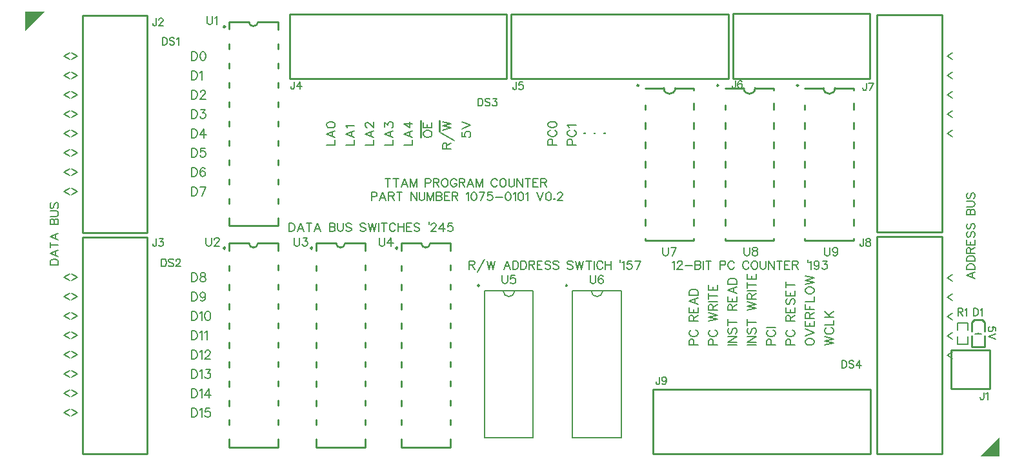
<source format=gto>
G04 Layer: TopSilkscreenLayer*
G04 Panelize: , Column: 2, Row: 2, Board Size: 127.89mm x 58.42mm, Panelized Board Size: 257.78mm x 118.84mm*
G04 EasyEDA v6.5.34, 2023-09-05 23:47:00*
G04 23034ade622943b09ef3a65bf2e35728,5a6b42c53f6a479593ecc07194224c93,10*
G04 Gerber Generator version 0.2*
G04 Scale: 100 percent, Rotated: No, Reflected: No *
G04 Dimensions in millimeters *
G04 leading zeros omitted , absolute positions ,4 integer and 5 decimal *
%FSLAX45Y45*%
%MOMM*%

%ADD10C,0.1524*%
%ADD11C,0.2540*%
%ADD12C,0.2030*%
%ADD13C,0.1500*%
%ADD14C,0.2500*%
%ADD15C,0.0114*%

%LPD*%
D10*
X4760722Y3645915D02*
G01*
X4760722Y3536950D01*
X4724400Y3645915D02*
G01*
X4797043Y3645915D01*
X4867909Y3645915D02*
G01*
X4867909Y3536950D01*
X4831334Y3645915D02*
G01*
X4904231Y3645915D01*
X4979924Y3645915D02*
G01*
X4938522Y3536950D01*
X4979924Y3645915D02*
G01*
X5021579Y3536950D01*
X4954015Y3573271D02*
G01*
X5006086Y3573271D01*
X5055870Y3645915D02*
G01*
X5055870Y3536950D01*
X5055870Y3645915D02*
G01*
X5097525Y3536950D01*
X5138927Y3645915D02*
G01*
X5097525Y3536950D01*
X5138927Y3645915D02*
G01*
X5138927Y3536950D01*
X5253227Y3645915D02*
G01*
X5253227Y3536950D01*
X5253227Y3645915D02*
G01*
X5299963Y3645915D01*
X5315711Y3640836D01*
X5320791Y3635502D01*
X5326125Y3625087D01*
X5326125Y3609594D01*
X5320791Y3599179D01*
X5315711Y3594100D01*
X5299963Y3588765D01*
X5253227Y3588765D01*
X5360415Y3645915D02*
G01*
X5360415Y3536950D01*
X5360415Y3645915D02*
G01*
X5407152Y3645915D01*
X5422645Y3640836D01*
X5427979Y3635502D01*
X5433059Y3625087D01*
X5433059Y3614673D01*
X5427979Y3604260D01*
X5422645Y3599179D01*
X5407152Y3594100D01*
X5360415Y3594100D01*
X5396738Y3594100D02*
G01*
X5433059Y3536950D01*
X5498591Y3645915D02*
G01*
X5488177Y3640836D01*
X5477763Y3630421D01*
X5472429Y3620007D01*
X5467350Y3604260D01*
X5467350Y3578352D01*
X5472429Y3562857D01*
X5477763Y3552444D01*
X5488177Y3542029D01*
X5498591Y3536950D01*
X5519420Y3536950D01*
X5529579Y3542029D01*
X5539993Y3552444D01*
X5545327Y3562857D01*
X5550408Y3578352D01*
X5550408Y3604260D01*
X5545327Y3620007D01*
X5539993Y3630421D01*
X5529579Y3640836D01*
X5519420Y3645915D01*
X5498591Y3645915D01*
X5662675Y3620007D02*
G01*
X5657595Y3630421D01*
X5647181Y3640836D01*
X5636768Y3645915D01*
X5615940Y3645915D01*
X5605525Y3640836D01*
X5595111Y3630421D01*
X5590031Y3620007D01*
X5584697Y3604260D01*
X5584697Y3578352D01*
X5590031Y3562857D01*
X5595111Y3552444D01*
X5605525Y3542029D01*
X5615940Y3536950D01*
X5636768Y3536950D01*
X5647181Y3542029D01*
X5657595Y3552444D01*
X5662675Y3562857D01*
X5662675Y3578352D01*
X5636768Y3578352D02*
G01*
X5662675Y3578352D01*
X5696965Y3645915D02*
G01*
X5696965Y3536950D01*
X5696965Y3645915D02*
G01*
X5743702Y3645915D01*
X5759450Y3640836D01*
X5764529Y3635502D01*
X5769609Y3625087D01*
X5769609Y3614673D01*
X5764529Y3604260D01*
X5759450Y3599179D01*
X5743702Y3594100D01*
X5696965Y3594100D01*
X5733288Y3594100D02*
G01*
X5769609Y3536950D01*
X5845556Y3645915D02*
G01*
X5803900Y3536950D01*
X5845556Y3645915D02*
G01*
X5887211Y3536950D01*
X5819647Y3573271D02*
G01*
X5871463Y3573271D01*
X5921502Y3645915D02*
G01*
X5921502Y3536950D01*
X5921502Y3645915D02*
G01*
X5962904Y3536950D01*
X6004559Y3645915D02*
G01*
X5962904Y3536950D01*
X6004559Y3645915D02*
G01*
X6004559Y3536950D01*
X6196838Y3620007D02*
G01*
X6191504Y3630421D01*
X6181090Y3640836D01*
X6170929Y3645915D01*
X6150102Y3645915D01*
X6139688Y3640836D01*
X6129274Y3630421D01*
X6123940Y3620007D01*
X6118859Y3604260D01*
X6118859Y3578352D01*
X6123940Y3562857D01*
X6129274Y3552444D01*
X6139688Y3542029D01*
X6150102Y3536950D01*
X6170929Y3536950D01*
X6181090Y3542029D01*
X6191504Y3552444D01*
X6196838Y3562857D01*
X6262370Y3645915D02*
G01*
X6251956Y3640836D01*
X6241541Y3630421D01*
X6236208Y3620007D01*
X6231127Y3604260D01*
X6231127Y3578352D01*
X6236208Y3562857D01*
X6241541Y3552444D01*
X6251956Y3542029D01*
X6262370Y3536950D01*
X6282943Y3536950D01*
X6293358Y3542029D01*
X6303772Y3552444D01*
X6309106Y3562857D01*
X6314186Y3578352D01*
X6314186Y3604260D01*
X6309106Y3620007D01*
X6303772Y3630421D01*
X6293358Y3640836D01*
X6282943Y3645915D01*
X6262370Y3645915D01*
X6348475Y3645915D02*
G01*
X6348475Y3567937D01*
X6353809Y3552444D01*
X6363970Y3542029D01*
X6379718Y3536950D01*
X6390131Y3536950D01*
X6405625Y3542029D01*
X6416040Y3552444D01*
X6421120Y3567937D01*
X6421120Y3645915D01*
X6455409Y3645915D02*
G01*
X6455409Y3536950D01*
X6455409Y3645915D02*
G01*
X6528308Y3536950D01*
X6528308Y3645915D02*
G01*
X6528308Y3536950D01*
X6598920Y3645915D02*
G01*
X6598920Y3536950D01*
X6562597Y3645915D02*
G01*
X6635241Y3645915D01*
X6669531Y3645915D02*
G01*
X6669531Y3536950D01*
X6669531Y3645915D02*
G01*
X6737095Y3645915D01*
X6669531Y3594100D02*
G01*
X6711188Y3594100D01*
X6669531Y3536950D02*
G01*
X6737095Y3536950D01*
X6771386Y3645915D02*
G01*
X6771386Y3536950D01*
X6771386Y3645915D02*
G01*
X6818122Y3645915D01*
X6833870Y3640836D01*
X6838950Y3635502D01*
X6844029Y3625087D01*
X6844029Y3614673D01*
X6838950Y3604260D01*
X6833870Y3599179D01*
X6818122Y3594100D01*
X6771386Y3594100D01*
X6807708Y3594100D02*
G01*
X6844029Y3536950D01*
X4546600Y3468115D02*
G01*
X4546600Y3359150D01*
X4546600Y3468115D02*
G01*
X4593336Y3468115D01*
X4608829Y3463036D01*
X4614163Y3457702D01*
X4619243Y3447287D01*
X4619243Y3431794D01*
X4614163Y3421379D01*
X4608829Y3416300D01*
X4593336Y3410965D01*
X4546600Y3410965D01*
X4695190Y3468115D02*
G01*
X4653534Y3359150D01*
X4695190Y3468115D02*
G01*
X4736845Y3359150D01*
X4669281Y3395471D02*
G01*
X4721097Y3395471D01*
X4771136Y3468115D02*
G01*
X4771136Y3359150D01*
X4771136Y3468115D02*
G01*
X4817872Y3468115D01*
X4833365Y3463036D01*
X4838700Y3457702D01*
X4843779Y3447287D01*
X4843779Y3436873D01*
X4838700Y3426460D01*
X4833365Y3421379D01*
X4817872Y3416300D01*
X4771136Y3416300D01*
X4807458Y3416300D02*
G01*
X4843779Y3359150D01*
X4914391Y3468115D02*
G01*
X4914391Y3359150D01*
X4878070Y3468115D02*
G01*
X4950713Y3468115D01*
X5065013Y3468115D02*
G01*
X5065013Y3359150D01*
X5065013Y3468115D02*
G01*
X5137911Y3359150D01*
X5137911Y3468115D02*
G01*
X5137911Y3359150D01*
X5172202Y3468115D02*
G01*
X5172202Y3390137D01*
X5177281Y3374644D01*
X5187695Y3364229D01*
X5203190Y3359150D01*
X5213604Y3359150D01*
X5229352Y3364229D01*
X5239765Y3374644D01*
X5244845Y3390137D01*
X5244845Y3468115D01*
X5279136Y3468115D02*
G01*
X5279136Y3359150D01*
X5279136Y3468115D02*
G01*
X5320791Y3359150D01*
X5362193Y3468115D02*
G01*
X5320791Y3359150D01*
X5362193Y3468115D02*
G01*
X5362193Y3359150D01*
X5396484Y3468115D02*
G01*
X5396484Y3359150D01*
X5396484Y3468115D02*
G01*
X5443220Y3468115D01*
X5458968Y3463036D01*
X5464047Y3457702D01*
X5469381Y3447287D01*
X5469381Y3436873D01*
X5464047Y3426460D01*
X5458968Y3421379D01*
X5443220Y3416300D01*
X5396484Y3416300D02*
G01*
X5443220Y3416300D01*
X5458968Y3410965D01*
X5464047Y3405886D01*
X5469381Y3395471D01*
X5469381Y3379723D01*
X5464047Y3369310D01*
X5458968Y3364229D01*
X5443220Y3359150D01*
X5396484Y3359150D01*
X5503672Y3468115D02*
G01*
X5503672Y3359150D01*
X5503672Y3468115D02*
G01*
X5571236Y3468115D01*
X5503672Y3416300D02*
G01*
X5545074Y3416300D01*
X5503672Y3359150D02*
G01*
X5571236Y3359150D01*
X5605525Y3468115D02*
G01*
X5605525Y3359150D01*
X5605525Y3468115D02*
G01*
X5652261Y3468115D01*
X5667756Y3463036D01*
X5673090Y3457702D01*
X5678170Y3447287D01*
X5678170Y3436873D01*
X5673090Y3426460D01*
X5667756Y3421379D01*
X5652261Y3416300D01*
X5605525Y3416300D01*
X5641847Y3416300D02*
G01*
X5678170Y3359150D01*
X5792470Y3447287D02*
G01*
X5802884Y3452621D01*
X5818377Y3468115D01*
X5818377Y3359150D01*
X5883909Y3468115D02*
G01*
X5868415Y3463036D01*
X5858002Y3447287D01*
X5852668Y3421379D01*
X5852668Y3405886D01*
X5858002Y3379723D01*
X5868415Y3364229D01*
X5883909Y3359150D01*
X5894324Y3359150D01*
X5909818Y3364229D01*
X5920231Y3379723D01*
X5925565Y3405886D01*
X5925565Y3421379D01*
X5920231Y3447287D01*
X5909818Y3463036D01*
X5894324Y3468115D01*
X5883909Y3468115D01*
X6032500Y3468115D02*
G01*
X5980429Y3359150D01*
X5959856Y3468115D02*
G01*
X6032500Y3468115D01*
X6129020Y3468115D02*
G01*
X6077204Y3468115D01*
X6071870Y3421379D01*
X6077204Y3426460D01*
X6092697Y3431794D01*
X6108445Y3431794D01*
X6123940Y3426460D01*
X6134354Y3416300D01*
X6139434Y3400552D01*
X6139434Y3390137D01*
X6134354Y3374644D01*
X6123940Y3364229D01*
X6108445Y3359150D01*
X6092697Y3359150D01*
X6077204Y3364229D01*
X6071870Y3369310D01*
X6066790Y3379723D01*
X6173724Y3405886D02*
G01*
X6267450Y3405886D01*
X6332727Y3468115D02*
G01*
X6317234Y3463036D01*
X6306820Y3447287D01*
X6301740Y3421379D01*
X6301740Y3405886D01*
X6306820Y3379723D01*
X6317234Y3364229D01*
X6332727Y3359150D01*
X6343141Y3359150D01*
X6358890Y3364229D01*
X6369050Y3379723D01*
X6374384Y3405886D01*
X6374384Y3421379D01*
X6369050Y3447287D01*
X6358890Y3463036D01*
X6343141Y3468115D01*
X6332727Y3468115D01*
X6408674Y3447287D02*
G01*
X6419088Y3452621D01*
X6434581Y3468115D01*
X6434581Y3359150D01*
X6500113Y3468115D02*
G01*
X6484620Y3463036D01*
X6474206Y3447287D01*
X6468872Y3421379D01*
X6468872Y3405886D01*
X6474206Y3379723D01*
X6484620Y3364229D01*
X6500113Y3359150D01*
X6510527Y3359150D01*
X6526022Y3364229D01*
X6536436Y3379723D01*
X6541770Y3405886D01*
X6541770Y3421379D01*
X6536436Y3447287D01*
X6526022Y3463036D01*
X6510527Y3468115D01*
X6500113Y3468115D01*
X6576059Y3447287D02*
G01*
X6586220Y3452621D01*
X6601968Y3468115D01*
X6601968Y3359150D01*
X6716268Y3468115D02*
G01*
X6757670Y3359150D01*
X6799325Y3468115D02*
G01*
X6757670Y3359150D01*
X6864858Y3468115D02*
G01*
X6849109Y3463036D01*
X6838950Y3447287D01*
X6833615Y3421379D01*
X6833615Y3405886D01*
X6838950Y3379723D01*
X6849109Y3364229D01*
X6864858Y3359150D01*
X6875272Y3359150D01*
X6890765Y3364229D01*
X6901179Y3379723D01*
X6906259Y3405886D01*
X6906259Y3421379D01*
X6901179Y3447287D01*
X6890765Y3463036D01*
X6875272Y3468115D01*
X6864858Y3468115D01*
X6945884Y3385057D02*
G01*
X6940550Y3379723D01*
X6945884Y3374644D01*
X6950963Y3379723D01*
X6945884Y3385057D01*
X6990588Y3442207D02*
G01*
X6990588Y3447287D01*
X6995668Y3457702D01*
X7001002Y3463036D01*
X7011415Y3468115D01*
X7031990Y3468115D01*
X7042404Y3463036D01*
X7047738Y3457702D01*
X7052818Y3447287D01*
X7052818Y3436873D01*
X7047738Y3426460D01*
X7037324Y3410965D01*
X6985254Y3359150D01*
X7058152Y3359150D01*
X2184400Y629157D02*
G01*
X2184400Y514604D01*
X2184400Y629157D02*
G01*
X2222500Y629157D01*
X2239009Y623570D01*
X2249931Y612647D01*
X2255265Y601726D01*
X2260859Y585470D01*
X2260859Y558292D01*
X2255265Y541781D01*
X2249931Y530860D01*
X2239009Y519937D01*
X2222500Y514604D01*
X2184400Y514604D01*
X2296668Y607313D02*
G01*
X2307592Y612647D01*
X2324100Y629157D01*
X2324100Y514604D01*
X2425445Y629157D02*
G01*
X2370836Y629157D01*
X2365502Y580136D01*
X2370836Y585470D01*
X2387345Y591057D01*
X2403602Y591057D01*
X2420111Y585470D01*
X2431034Y574547D01*
X2436368Y558292D01*
X2436368Y547370D01*
X2431034Y530860D01*
X2420111Y519937D01*
X2403602Y514604D01*
X2387345Y514604D01*
X2370836Y519937D01*
X2365502Y525526D01*
X2359913Y536447D01*
X2184400Y1137157D02*
G01*
X2184400Y1022604D01*
X2184400Y1137157D02*
G01*
X2222500Y1137157D01*
X2239009Y1131570D01*
X2249931Y1120647D01*
X2255265Y1109726D01*
X2260859Y1093470D01*
X2260859Y1066292D01*
X2255265Y1049781D01*
X2249931Y1038860D01*
X2239009Y1027937D01*
X2222500Y1022604D01*
X2184400Y1022604D01*
X2296668Y1115313D02*
G01*
X2307592Y1120647D01*
X2324100Y1137157D01*
X2324100Y1022604D01*
X2370836Y1137157D02*
G01*
X2431034Y1137157D01*
X2398268Y1093470D01*
X2414526Y1093470D01*
X2425445Y1088136D01*
X2431034Y1082547D01*
X2436368Y1066292D01*
X2436368Y1055370D01*
X2431034Y1038860D01*
X2420111Y1027937D01*
X2403602Y1022604D01*
X2387345Y1022604D01*
X2370836Y1027937D01*
X2365502Y1033526D01*
X2359913Y1044447D01*
X2184400Y2407157D02*
G01*
X2184400Y2292604D01*
X2184400Y2407157D02*
G01*
X2222500Y2407157D01*
X2239009Y2401570D01*
X2249931Y2390647D01*
X2255265Y2379726D01*
X2260859Y2363470D01*
X2260859Y2336292D01*
X2255265Y2319781D01*
X2249931Y2308860D01*
X2239009Y2297937D01*
X2222500Y2292604D01*
X2184400Y2292604D01*
X2324100Y2407157D02*
G01*
X2307592Y2401570D01*
X2302258Y2390647D01*
X2302258Y2379726D01*
X2307592Y2369057D01*
X2318511Y2363470D01*
X2340358Y2358136D01*
X2356865Y2352547D01*
X2367790Y2341626D01*
X2373124Y2330704D01*
X2373124Y2314447D01*
X2367790Y2303526D01*
X2362200Y2297937D01*
X2345943Y2292604D01*
X2324100Y2292604D01*
X2307592Y2297937D01*
X2302258Y2303526D01*
X2296668Y2314447D01*
X2296668Y2330704D01*
X2302258Y2341626D01*
X2313177Y2352547D01*
X2329434Y2358136D01*
X2351277Y2363470D01*
X2362200Y2369057D01*
X2367790Y2379726D01*
X2367790Y2390647D01*
X2362200Y2401570D01*
X2345943Y2407157D01*
X2324100Y2407157D01*
X2184400Y1391157D02*
G01*
X2184400Y1276604D01*
X2184400Y1391157D02*
G01*
X2222500Y1391157D01*
X2239009Y1385570D01*
X2249931Y1374647D01*
X2255265Y1363726D01*
X2260859Y1347470D01*
X2260859Y1320292D01*
X2255265Y1303781D01*
X2249931Y1292860D01*
X2239009Y1281937D01*
X2222500Y1276604D01*
X2184400Y1276604D01*
X2296668Y1369313D02*
G01*
X2307592Y1374647D01*
X2324100Y1391157D01*
X2324100Y1276604D01*
X2365502Y1363726D02*
G01*
X2365502Y1369313D01*
X2370836Y1380236D01*
X2376426Y1385570D01*
X2387345Y1391157D01*
X2409192Y1391157D01*
X2420111Y1385570D01*
X2425445Y1380236D01*
X2431034Y1369313D01*
X2431034Y1358392D01*
X2425445Y1347470D01*
X2414526Y1331213D01*
X2359913Y1276604D01*
X2436368Y1276604D01*
X2184400Y1645157D02*
G01*
X2184400Y1530604D01*
X2184400Y1645157D02*
G01*
X2222500Y1645157D01*
X2239009Y1639570D01*
X2249931Y1628647D01*
X2255265Y1617726D01*
X2260859Y1601470D01*
X2260859Y1574292D01*
X2255265Y1557781D01*
X2249931Y1546860D01*
X2239009Y1535937D01*
X2222500Y1530604D01*
X2184400Y1530604D01*
X2296668Y1623313D02*
G01*
X2307592Y1628647D01*
X2324100Y1645157D01*
X2324100Y1530604D01*
X2359913Y1623313D02*
G01*
X2370836Y1628647D01*
X2387345Y1645157D01*
X2387345Y1530604D01*
X2184400Y1899157D02*
G01*
X2184400Y1784604D01*
X2184400Y1899157D02*
G01*
X2222500Y1899157D01*
X2239009Y1893570D01*
X2249931Y1882647D01*
X2255265Y1871726D01*
X2260859Y1855470D01*
X2260859Y1828292D01*
X2255265Y1811781D01*
X2249931Y1800860D01*
X2239009Y1789937D01*
X2222500Y1784604D01*
X2184400Y1784604D01*
X2296668Y1877313D02*
G01*
X2307592Y1882647D01*
X2324100Y1899157D01*
X2324100Y1784604D01*
X2392679Y1899157D02*
G01*
X2376426Y1893570D01*
X2365502Y1877313D01*
X2359913Y1850136D01*
X2359913Y1833626D01*
X2365502Y1806447D01*
X2376426Y1789937D01*
X2392679Y1784604D01*
X2403602Y1784604D01*
X2420111Y1789937D01*
X2431034Y1806447D01*
X2436368Y1833626D01*
X2436368Y1850136D01*
X2431034Y1877313D01*
X2420111Y1893570D01*
X2403602Y1899157D01*
X2392679Y1899157D01*
X2184400Y2153157D02*
G01*
X2184400Y2038604D01*
X2184400Y2153157D02*
G01*
X2222500Y2153157D01*
X2239009Y2147570D01*
X2249931Y2136647D01*
X2255265Y2125726D01*
X2260859Y2109470D01*
X2260859Y2082292D01*
X2255265Y2065781D01*
X2249931Y2054860D01*
X2239009Y2043937D01*
X2222500Y2038604D01*
X2184400Y2038604D01*
X2367790Y2115057D02*
G01*
X2362200Y2098547D01*
X2351277Y2087626D01*
X2335024Y2082292D01*
X2329434Y2082292D01*
X2313177Y2087626D01*
X2302258Y2098547D01*
X2296668Y2115057D01*
X2296668Y2120392D01*
X2302258Y2136647D01*
X2313177Y2147570D01*
X2329434Y2153157D01*
X2335024Y2153157D01*
X2351277Y2147570D01*
X2362200Y2136647D01*
X2367790Y2115057D01*
X2367790Y2087626D01*
X2362200Y2060447D01*
X2351277Y2043937D01*
X2335024Y2038604D01*
X2324100Y2038604D01*
X2307592Y2043937D01*
X2302258Y2054860D01*
X2184400Y883157D02*
G01*
X2184400Y768604D01*
X2184400Y883157D02*
G01*
X2222500Y883157D01*
X2239009Y877570D01*
X2249931Y866647D01*
X2255265Y855726D01*
X2260859Y839470D01*
X2260859Y812292D01*
X2255265Y795781D01*
X2249931Y784860D01*
X2239009Y773937D01*
X2222500Y768604D01*
X2184400Y768604D01*
X2296668Y861313D02*
G01*
X2307592Y866647D01*
X2324100Y883157D01*
X2324100Y768604D01*
X2414526Y883157D02*
G01*
X2359913Y806704D01*
X2441958Y806704D01*
X2414526Y883157D02*
G01*
X2414526Y768604D01*
X2184394Y3791424D02*
G01*
X2184394Y3676870D01*
X2184394Y3791424D02*
G01*
X2222494Y3791424D01*
X2239004Y3785836D01*
X2249926Y3774914D01*
X2255260Y3763992D01*
X2260854Y3747736D01*
X2260854Y3720558D01*
X2255260Y3704048D01*
X2249926Y3693126D01*
X2239004Y3682204D01*
X2222494Y3676870D01*
X2184394Y3676870D01*
X2362194Y3774914D02*
G01*
X2356860Y3785836D01*
X2340353Y3791424D01*
X2329428Y3791424D01*
X2313172Y3785836D01*
X2302253Y3769580D01*
X2296662Y3742402D01*
X2296662Y3714970D01*
X2302253Y3693126D01*
X2313172Y3682204D01*
X2329428Y3676870D01*
X2335019Y3676870D01*
X2351272Y3682204D01*
X2362194Y3693126D01*
X2367785Y3709636D01*
X2367785Y3714970D01*
X2362194Y3731480D01*
X2351272Y3742402D01*
X2335019Y3747736D01*
X2329428Y3747736D01*
X2313172Y3742402D01*
X2302253Y3731480D01*
X2296662Y3714970D01*
X2184394Y5061424D02*
G01*
X2184394Y4946870D01*
X2184394Y5061424D02*
G01*
X2222494Y5061424D01*
X2239004Y5055836D01*
X2249926Y5044914D01*
X2255260Y5033992D01*
X2260854Y5017736D01*
X2260854Y4990558D01*
X2255260Y4974048D01*
X2249926Y4963126D01*
X2239004Y4952204D01*
X2222494Y4946870D01*
X2184394Y4946870D01*
X2296662Y5039580D02*
G01*
X2307587Y5044914D01*
X2324094Y5061424D01*
X2324094Y4946870D01*
X2184394Y4807424D02*
G01*
X2184394Y4692870D01*
X2184394Y4807424D02*
G01*
X2222494Y4807424D01*
X2239004Y4801836D01*
X2249926Y4790914D01*
X2255260Y4779992D01*
X2260854Y4763736D01*
X2260854Y4736558D01*
X2255260Y4720048D01*
X2249926Y4709126D01*
X2239004Y4698204D01*
X2222494Y4692870D01*
X2184394Y4692870D01*
X2302253Y4779992D02*
G01*
X2302253Y4785580D01*
X2307587Y4796502D01*
X2313172Y4801836D01*
X2324094Y4807424D01*
X2345938Y4807424D01*
X2356860Y4801836D01*
X2362194Y4796502D01*
X2367785Y4785580D01*
X2367785Y4774658D01*
X2362194Y4763736D01*
X2351272Y4747480D01*
X2296662Y4692870D01*
X2373119Y4692870D01*
X2184394Y4553424D02*
G01*
X2184394Y4438870D01*
X2184394Y4553424D02*
G01*
X2222494Y4553424D01*
X2239004Y4547836D01*
X2249926Y4536914D01*
X2255260Y4525992D01*
X2260854Y4509736D01*
X2260854Y4482558D01*
X2255260Y4466048D01*
X2249926Y4455126D01*
X2239004Y4444204D01*
X2222494Y4438870D01*
X2184394Y4438870D01*
X2307587Y4553424D02*
G01*
X2367785Y4553424D01*
X2335019Y4509736D01*
X2351272Y4509736D01*
X2362194Y4504402D01*
X2367785Y4498814D01*
X2373119Y4482558D01*
X2373119Y4471636D01*
X2367785Y4455126D01*
X2356860Y4444204D01*
X2340353Y4438870D01*
X2324094Y4438870D01*
X2307587Y4444204D01*
X2302253Y4449792D01*
X2296662Y4460714D01*
X2184394Y4299424D02*
G01*
X2184394Y4184870D01*
X2184394Y4299424D02*
G01*
X2222494Y4299424D01*
X2239004Y4293836D01*
X2249926Y4282914D01*
X2255260Y4271992D01*
X2260854Y4255736D01*
X2260854Y4228558D01*
X2255260Y4212048D01*
X2249926Y4201126D01*
X2239004Y4190204D01*
X2222494Y4184870D01*
X2184394Y4184870D01*
X2351272Y4299424D02*
G01*
X2296662Y4222970D01*
X2378453Y4222970D01*
X2351272Y4299424D02*
G01*
X2351272Y4184870D01*
X2184394Y5315424D02*
G01*
X2184394Y5200870D01*
X2184394Y5315424D02*
G01*
X2222494Y5315424D01*
X2239004Y5309836D01*
X2249926Y5298914D01*
X2255260Y5287992D01*
X2260854Y5271736D01*
X2260854Y5244558D01*
X2255260Y5228048D01*
X2249926Y5217126D01*
X2239004Y5206204D01*
X2222494Y5200870D01*
X2184394Y5200870D01*
X2329428Y5315424D02*
G01*
X2313172Y5309836D01*
X2302253Y5293580D01*
X2296662Y5266402D01*
X2296662Y5249892D01*
X2302253Y5222714D01*
X2313172Y5206204D01*
X2329428Y5200870D01*
X2340353Y5200870D01*
X2356860Y5206204D01*
X2367785Y5222714D01*
X2373119Y5249892D01*
X2373119Y5266402D01*
X2367785Y5293580D01*
X2356860Y5309836D01*
X2340353Y5315424D01*
X2329428Y5315424D01*
X2184394Y4045424D02*
G01*
X2184394Y3930870D01*
X2184394Y4045424D02*
G01*
X2222494Y4045424D01*
X2239004Y4039836D01*
X2249926Y4028914D01*
X2255260Y4017992D01*
X2260854Y4001736D01*
X2260854Y3974558D01*
X2255260Y3958048D01*
X2249926Y3947126D01*
X2239004Y3936204D01*
X2222494Y3930870D01*
X2184394Y3930870D01*
X2362194Y4045424D02*
G01*
X2307587Y4045424D01*
X2302253Y3996402D01*
X2307587Y4001736D01*
X2324094Y4007324D01*
X2340353Y4007324D01*
X2356860Y4001736D01*
X2367785Y3990814D01*
X2373119Y3974558D01*
X2373119Y3963636D01*
X2367785Y3947126D01*
X2356860Y3936204D01*
X2340353Y3930870D01*
X2324094Y3930870D01*
X2307587Y3936204D01*
X2302253Y3941792D01*
X2296662Y3952714D01*
X2184394Y3537424D02*
G01*
X2184394Y3422870D01*
X2184394Y3537424D02*
G01*
X2222494Y3537424D01*
X2239004Y3531836D01*
X2249926Y3520914D01*
X2255260Y3509992D01*
X2260854Y3493736D01*
X2260854Y3466558D01*
X2255260Y3450048D01*
X2249926Y3439126D01*
X2239004Y3428204D01*
X2222494Y3422870D01*
X2184394Y3422870D01*
X2373119Y3537424D02*
G01*
X2318506Y3422870D01*
X2296662Y3537424D02*
G01*
X2373119Y3537424D01*
X1803443Y5498457D02*
G01*
X1803443Y5402953D01*
X1803443Y5498457D02*
G01*
X1835193Y5498457D01*
X1848909Y5493885D01*
X1858050Y5484741D01*
X1862625Y5475597D01*
X1866943Y5462135D01*
X1866943Y5439275D01*
X1862625Y5425559D01*
X1858050Y5416669D01*
X1848909Y5407525D01*
X1835193Y5402953D01*
X1803443Y5402953D01*
X1960653Y5484741D02*
G01*
X1951512Y5493885D01*
X1938047Y5498457D01*
X1919765Y5498457D01*
X1906049Y5493885D01*
X1897153Y5484741D01*
X1897153Y5475597D01*
X1901471Y5466707D01*
X1906049Y5462135D01*
X1915187Y5457563D01*
X1942622Y5448419D01*
X1951512Y5443847D01*
X1956081Y5439275D01*
X1960653Y5430131D01*
X1960653Y5416669D01*
X1951512Y5407525D01*
X1938047Y5402953D01*
X1919765Y5402953D01*
X1906049Y5407525D01*
X1897153Y5416669D01*
X1990628Y5480169D02*
G01*
X1999772Y5484741D01*
X2013488Y5498457D01*
X2013488Y5402953D01*
X1790717Y2590147D02*
G01*
X1790717Y2494643D01*
X1790717Y2590147D02*
G01*
X1822467Y2590147D01*
X1836183Y2585575D01*
X1845325Y2576431D01*
X1849899Y2567287D01*
X1854469Y2553825D01*
X1854469Y2530965D01*
X1849899Y2517249D01*
X1845325Y2508359D01*
X1836183Y2499215D01*
X1822467Y2494643D01*
X1790717Y2494643D01*
X1947928Y2576431D02*
G01*
X1938789Y2585575D01*
X1925327Y2590147D01*
X1907042Y2590147D01*
X1893326Y2585575D01*
X1884441Y2576431D01*
X1884441Y2567287D01*
X1889015Y2558397D01*
X1893326Y2553825D01*
X1902462Y2549253D01*
X1929897Y2540109D01*
X1938789Y2535537D01*
X1943359Y2530965D01*
X1947928Y2521821D01*
X1947928Y2508359D01*
X1938789Y2499215D01*
X1925327Y2494643D01*
X1907042Y2494643D01*
X1893326Y2499215D01*
X1884441Y2508359D01*
X1982475Y2567287D02*
G01*
X1982475Y2571859D01*
X1987047Y2581003D01*
X1991621Y2585575D01*
X2000763Y2590147D01*
X2018797Y2590147D01*
X2027941Y2585575D01*
X2032513Y2581003D01*
X2037090Y2571859D01*
X2037090Y2562715D01*
X2032513Y2553825D01*
X2023371Y2540109D01*
X1977905Y2494643D01*
X2041657Y2494643D01*
X613171Y531119D02*
G01*
X685817Y572013D01*
X613171Y613161D01*
X583201Y531119D02*
G01*
X510303Y572013D01*
X583201Y613161D01*
X1721886Y2856750D02*
G01*
X1721886Y2784106D01*
X1717311Y2770390D01*
X1712742Y2765818D01*
X1703595Y2761246D01*
X1694708Y2761246D01*
X1685561Y2765818D01*
X1680992Y2770390D01*
X1676420Y2784106D01*
X1676420Y2793250D01*
X1761002Y2856750D02*
G01*
X1811037Y2856750D01*
X1783608Y2820428D01*
X1797321Y2820428D01*
X1806468Y2815856D01*
X1811037Y2811284D01*
X1815612Y2797822D01*
X1815612Y2788678D01*
X1811037Y2774962D01*
X1801893Y2765818D01*
X1788177Y2761246D01*
X1774718Y2761246D01*
X1761002Y2765818D01*
X1756427Y2770390D01*
X1751858Y2779534D01*
X1721886Y5752350D02*
G01*
X1721886Y5679706D01*
X1717311Y5665990D01*
X1712742Y5661418D01*
X1703595Y5656846D01*
X1694708Y5656846D01*
X1685561Y5661418D01*
X1680992Y5665990D01*
X1676420Y5679706D01*
X1676420Y5688850D01*
X1756427Y5729744D02*
G01*
X1756427Y5734316D01*
X1761002Y5743206D01*
X1765571Y5747778D01*
X1774718Y5752350D01*
X1792752Y5752350D01*
X1801893Y5747778D01*
X1806468Y5743206D01*
X1811037Y5734316D01*
X1811037Y5725172D01*
X1806468Y5716028D01*
X1797321Y5702312D01*
X1751858Y5656846D01*
X1815612Y5656846D01*
X613171Y785119D02*
G01*
X685817Y826013D01*
X613171Y867161D01*
X583201Y785119D02*
G01*
X510303Y826013D01*
X583201Y867161D01*
X613171Y1039119D02*
G01*
X685817Y1080013D01*
X613171Y1121161D01*
X583201Y1039119D02*
G01*
X510303Y1080013D01*
X583201Y1121161D01*
X613171Y1293119D02*
G01*
X685817Y1334013D01*
X613171Y1375161D01*
X583201Y1293119D02*
G01*
X510303Y1334013D01*
X583201Y1375161D01*
X613171Y1547119D02*
G01*
X685817Y1588013D01*
X613171Y1629161D01*
X583201Y1547119D02*
G01*
X510303Y1588013D01*
X583201Y1629161D01*
X613171Y1801119D02*
G01*
X685817Y1842013D01*
X613171Y1883161D01*
X583201Y1801119D02*
G01*
X510303Y1842013D01*
X583201Y1883161D01*
X613171Y2055119D02*
G01*
X685817Y2096013D01*
X613171Y2137161D01*
X583201Y2055119D02*
G01*
X510303Y2096013D01*
X583201Y2137161D01*
X613171Y2309119D02*
G01*
X685817Y2350013D01*
X613171Y2391161D01*
X583201Y2309119D02*
G01*
X510303Y2350013D01*
X583201Y2391161D01*
X613148Y3439419D02*
G01*
X685789Y3480313D01*
X613148Y3521461D01*
X583173Y3439419D02*
G01*
X510275Y3480313D01*
X583173Y3521461D01*
X613148Y3693419D02*
G01*
X685789Y3734313D01*
X613148Y3775461D01*
X583173Y3693419D02*
G01*
X510275Y3734313D01*
X583173Y3775461D01*
X613148Y3947419D02*
G01*
X685789Y3988313D01*
X613148Y4029461D01*
X583173Y3947419D02*
G01*
X510275Y3988313D01*
X583173Y4029461D01*
X613148Y4201419D02*
G01*
X685789Y4242313D01*
X613148Y4283461D01*
X583173Y4201419D02*
G01*
X510275Y4242313D01*
X583173Y4283461D01*
X613148Y4455419D02*
G01*
X685789Y4496313D01*
X613148Y4537461D01*
X583173Y4455419D02*
G01*
X510275Y4496313D01*
X583173Y4537461D01*
X613148Y4709419D02*
G01*
X685789Y4750313D01*
X613148Y4791461D01*
X583173Y4709419D02*
G01*
X510275Y4750313D01*
X583173Y4791461D01*
X613148Y4963419D02*
G01*
X685789Y5004313D01*
X613148Y5045461D01*
X583173Y4963419D02*
G01*
X510275Y5004313D01*
X583173Y5045461D01*
X613148Y5217419D02*
G01*
X685789Y5258313D01*
X613148Y5299461D01*
X583173Y5217419D02*
G01*
X510275Y5258313D01*
X583173Y5299461D01*
X11002772Y2856737D02*
G01*
X11002772Y2784094D01*
X10998200Y2770378D01*
X10993627Y2765805D01*
X10984484Y2761234D01*
X10975593Y2761234D01*
X10966450Y2765805D01*
X10961877Y2770378D01*
X10957306Y2784094D01*
X10957306Y2793237D01*
X11055604Y2856737D02*
G01*
X11041888Y2852165D01*
X11037315Y2843276D01*
X11037315Y2834131D01*
X11041888Y2824987D01*
X11051031Y2820415D01*
X11069065Y2815844D01*
X11082781Y2811271D01*
X11091925Y2802381D01*
X11096497Y2793237D01*
X11096497Y2779521D01*
X11091925Y2770378D01*
X11087354Y2765805D01*
X11073638Y2761234D01*
X11055604Y2761234D01*
X11041888Y2765805D01*
X11037315Y2770378D01*
X11032743Y2779521D01*
X11032743Y2793237D01*
X11037315Y2802381D01*
X11046459Y2811271D01*
X11059922Y2815844D01*
X11078209Y2820415D01*
X11087354Y2824987D01*
X11091925Y2834131D01*
X11091925Y2843276D01*
X11087354Y2852165D01*
X11073638Y2856737D01*
X11055604Y2856737D01*
X11040872Y4902200D02*
G01*
X11040872Y4829555D01*
X11036300Y4815839D01*
X11031727Y4811521D01*
X11022584Y4806950D01*
X11013693Y4806950D01*
X11004550Y4811521D01*
X10999977Y4815839D01*
X10995406Y4829555D01*
X10995406Y4838700D01*
X11134597Y4902200D02*
G01*
X11089131Y4806950D01*
X11070843Y4902200D02*
G01*
X11134597Y4902200D01*
X12172950Y5294376D02*
G01*
X12100306Y5253481D01*
X12172950Y5212334D01*
X12580340Y837440D02*
G01*
X12580340Y764796D01*
X12575768Y751080D01*
X12571196Y746508D01*
X12562052Y741936D01*
X12553162Y741936D01*
X12544018Y746508D01*
X12539446Y751080D01*
X12534874Y764796D01*
X12534874Y773940D01*
X12610312Y819406D02*
G01*
X12619456Y823978D01*
X12633172Y837440D01*
X12633172Y741936D01*
X12734533Y1647207D02*
G01*
X12734533Y1692673D01*
X12693639Y1697245D01*
X12698211Y1692673D01*
X12702783Y1679211D01*
X12702783Y1665495D01*
X12698211Y1651779D01*
X12689067Y1642635D01*
X12675605Y1638063D01*
X12666461Y1638063D01*
X12652745Y1642635D01*
X12643601Y1651779D01*
X12639029Y1665495D01*
X12639029Y1679211D01*
X12643601Y1692673D01*
X12648173Y1697245D01*
X12657317Y1701817D01*
X12734533Y1608091D02*
G01*
X12639029Y1571769D01*
X12734533Y1535447D02*
G01*
X12639029Y1571769D01*
X12172950Y5040376D02*
G01*
X12100306Y4999481D01*
X12172950Y4958334D01*
X12172950Y4786376D02*
G01*
X12100306Y4745481D01*
X12172950Y4704334D01*
X12172950Y4532376D02*
G01*
X12100306Y4491481D01*
X12172950Y4450334D01*
X12172950Y4278376D02*
G01*
X12100306Y4237481D01*
X12172950Y4196334D01*
X12172950Y2386076D02*
G01*
X12100306Y2345181D01*
X12172950Y2304034D01*
X12172950Y2132076D02*
G01*
X12100306Y2091181D01*
X12172950Y2050034D01*
X12172950Y1878076D02*
G01*
X12100306Y1837181D01*
X12172950Y1796034D01*
X9323831Y4931155D02*
G01*
X9323831Y4858512D01*
X9319259Y4844795D01*
X9314688Y4840223D01*
X9305797Y4835905D01*
X9296654Y4835905D01*
X9287509Y4840223D01*
X9282938Y4844795D01*
X9278365Y4858512D01*
X9278365Y4867655D01*
X9408413Y4917694D02*
G01*
X9403841Y4926584D01*
X9390379Y4931155D01*
X9381236Y4931155D01*
X9367520Y4926584D01*
X9358375Y4913121D01*
X9353804Y4890262D01*
X9353804Y4867655D01*
X9358375Y4849368D01*
X9367520Y4840223D01*
X9381236Y4835905D01*
X9385808Y4835905D01*
X9399270Y4840223D01*
X9408413Y4849368D01*
X9412986Y4863084D01*
X9412986Y4867655D01*
X9408413Y4881371D01*
X9399270Y4890262D01*
X9385808Y4894834D01*
X9381236Y4894834D01*
X9367520Y4890262D01*
X9358375Y4881371D01*
X9353804Y4867655D01*
X3532631Y4917694D02*
G01*
X3532631Y4845050D01*
X3528313Y4831334D01*
X3523741Y4826762D01*
X3514597Y4822189D01*
X3505454Y4822189D01*
X3496309Y4826762D01*
X3491738Y4831334D01*
X3487165Y4845050D01*
X3487165Y4854194D01*
X3608070Y4917694D02*
G01*
X3562858Y4854194D01*
X3630929Y4854194D01*
X3608070Y4917694D02*
G01*
X3608070Y4822189D01*
X8325873Y1040635D02*
G01*
X8325873Y967991D01*
X8321301Y954275D01*
X8316729Y949703D01*
X8307585Y945131D01*
X8298695Y945131D01*
X8289551Y949703D01*
X8284979Y954275D01*
X8280407Y967991D01*
X8280407Y977135D01*
X8415027Y1008885D02*
G01*
X8410455Y995169D01*
X8401311Y986279D01*
X8387595Y981707D01*
X8383023Y981707D01*
X8369561Y986279D01*
X8360417Y995169D01*
X8355845Y1008885D01*
X8355845Y1013457D01*
X8360417Y1027173D01*
X8369561Y1036063D01*
X8383023Y1040635D01*
X8387595Y1040635D01*
X8401311Y1036063D01*
X8410455Y1027173D01*
X8415027Y1008885D01*
X8415027Y986279D01*
X8410455Y963419D01*
X8401311Y949703D01*
X8387595Y945131D01*
X8378451Y945131D01*
X8364989Y949703D01*
X8360417Y958847D01*
X10494116Y1460388D02*
G01*
X10608670Y1487820D01*
X10494116Y1514998D02*
G01*
X10608670Y1487820D01*
X10494116Y1514998D02*
G01*
X10608670Y1542430D01*
X10494116Y1569608D02*
G01*
X10608670Y1542430D01*
X10521548Y1687464D02*
G01*
X10510626Y1681876D01*
X10499704Y1670954D01*
X10494116Y1660032D01*
X10494116Y1638442D01*
X10499704Y1627520D01*
X10510626Y1616598D01*
X10521548Y1611010D01*
X10537804Y1605676D01*
X10564982Y1605676D01*
X10581492Y1611010D01*
X10592414Y1616598D01*
X10603336Y1627520D01*
X10608670Y1638442D01*
X10608670Y1660032D01*
X10603336Y1670954D01*
X10592414Y1681876D01*
X10581492Y1687464D01*
X10494116Y1723532D02*
G01*
X10608670Y1723532D01*
X10608670Y1723532D02*
G01*
X10608670Y1788810D01*
X10494116Y1824878D02*
G01*
X10608670Y1824878D01*
X10494116Y1901332D02*
G01*
X10570570Y1824878D01*
X10543392Y1852056D02*
G01*
X10608670Y1901332D01*
X9986116Y1460388D02*
G01*
X10100670Y1460388D01*
X9986116Y1460388D02*
G01*
X9986116Y1509664D01*
X9991704Y1525920D01*
X9997038Y1531508D01*
X10007960Y1536842D01*
X10024470Y1536842D01*
X10035392Y1531508D01*
X10040726Y1525920D01*
X10046060Y1509664D01*
X10046060Y1460388D01*
X10013548Y1654698D02*
G01*
X10002626Y1649110D01*
X9991704Y1638442D01*
X9986116Y1627520D01*
X9986116Y1605676D01*
X9991704Y1594754D01*
X10002626Y1583832D01*
X10013548Y1578244D01*
X10029804Y1572910D01*
X10056982Y1572910D01*
X10073492Y1578244D01*
X10084414Y1583832D01*
X10095336Y1594754D01*
X10100670Y1605676D01*
X10100670Y1627520D01*
X10095336Y1638442D01*
X10084414Y1649110D01*
X10073492Y1654698D01*
X9986116Y1774586D02*
G01*
X10100670Y1774586D01*
X9986116Y1774586D02*
G01*
X9986116Y1823862D01*
X9991704Y1840118D01*
X9997038Y1845706D01*
X10007960Y1851040D01*
X10018882Y1851040D01*
X10029804Y1845706D01*
X10035392Y1840118D01*
X10040726Y1823862D01*
X10040726Y1774586D01*
X10040726Y1812940D02*
G01*
X10100670Y1851040D01*
X9986116Y1887108D02*
G01*
X10100670Y1887108D01*
X9986116Y1887108D02*
G01*
X9986116Y1957974D01*
X10040726Y1887108D02*
G01*
X10040726Y1930796D01*
X10100670Y1887108D02*
G01*
X10100670Y1957974D01*
X10002626Y2070242D02*
G01*
X9991704Y2059320D01*
X9986116Y2043064D01*
X9986116Y2021220D01*
X9991704Y2004964D01*
X10002626Y1994042D01*
X10013548Y1994042D01*
X10024470Y1999376D01*
X10029804Y2004964D01*
X10035392Y2015886D01*
X10046060Y2048398D01*
X10051648Y2059320D01*
X10056982Y2064908D01*
X10067904Y2070242D01*
X10084414Y2070242D01*
X10095336Y2059320D01*
X10100670Y2043064D01*
X10100670Y2021220D01*
X10095336Y2004964D01*
X10084414Y1994042D01*
X9986116Y2106310D02*
G01*
X10100670Y2106310D01*
X9986116Y2106310D02*
G01*
X9986116Y2177176D01*
X10040726Y2106310D02*
G01*
X10040726Y2149998D01*
X10100670Y2106310D02*
G01*
X10100670Y2177176D01*
X9986116Y2251344D02*
G01*
X10100670Y2251344D01*
X9986116Y2213244D02*
G01*
X9986116Y2289698D01*
X8716144Y1460624D02*
G01*
X8830698Y1460624D01*
X8716144Y1460624D02*
G01*
X8716144Y1509646D01*
X8721732Y1525902D01*
X8727066Y1531490D01*
X8737988Y1536824D01*
X8754244Y1536824D01*
X8765166Y1531490D01*
X8770754Y1525902D01*
X8776088Y1509646D01*
X8776088Y1460624D01*
X8743576Y1654680D02*
G01*
X8732654Y1649346D01*
X8721732Y1638424D01*
X8716144Y1627502D01*
X8716144Y1605658D01*
X8721732Y1594736D01*
X8732654Y1583814D01*
X8743576Y1578226D01*
X8759832Y1572892D01*
X8787010Y1572892D01*
X8803520Y1578226D01*
X8814442Y1583814D01*
X8825364Y1594736D01*
X8830698Y1605658D01*
X8830698Y1627502D01*
X8825364Y1638424D01*
X8814442Y1649346D01*
X8803520Y1654680D01*
X8716144Y1774568D02*
G01*
X8830698Y1774568D01*
X8716144Y1774568D02*
G01*
X8716144Y1823844D01*
X8721732Y1840100D01*
X8727066Y1845688D01*
X8737988Y1851022D01*
X8748910Y1851022D01*
X8759832Y1845688D01*
X8765166Y1840100D01*
X8770754Y1823844D01*
X8770754Y1774568D01*
X8770754Y1812922D02*
G01*
X8830698Y1851022D01*
X8716144Y1887090D02*
G01*
X8830698Y1887090D01*
X8716144Y1887090D02*
G01*
X8716144Y1957956D01*
X8770754Y1887090D02*
G01*
X8770754Y1930778D01*
X8830698Y1887090D02*
G01*
X8830698Y1957956D01*
X8716144Y2037712D02*
G01*
X8830698Y1994024D01*
X8716144Y2037712D02*
G01*
X8830698Y2081146D01*
X8792598Y2010280D02*
G01*
X8792598Y2064890D01*
X8716144Y2117214D02*
G01*
X8830698Y2117214D01*
X8716144Y2117214D02*
G01*
X8716144Y2155314D01*
X8721732Y2171824D01*
X8732654Y2182746D01*
X8743576Y2188080D01*
X8759832Y2193668D01*
X8787010Y2193668D01*
X8803520Y2188080D01*
X8814442Y2182746D01*
X8825364Y2171824D01*
X8830698Y2155314D01*
X8830698Y2117214D01*
X9732144Y1460624D02*
G01*
X9846698Y1460624D01*
X9732144Y1460624D02*
G01*
X9732144Y1509646D01*
X9737732Y1525902D01*
X9743066Y1531490D01*
X9753988Y1536824D01*
X9770244Y1536824D01*
X9781166Y1531490D01*
X9786754Y1525902D01*
X9792088Y1509646D01*
X9792088Y1460624D01*
X9759576Y1654680D02*
G01*
X9748654Y1649346D01*
X9737732Y1638424D01*
X9732144Y1627502D01*
X9732144Y1605658D01*
X9737732Y1594736D01*
X9748654Y1583814D01*
X9759576Y1578226D01*
X9775832Y1572892D01*
X9803010Y1572892D01*
X9819520Y1578226D01*
X9830442Y1583814D01*
X9841364Y1594736D01*
X9846698Y1605658D01*
X9846698Y1627502D01*
X9841364Y1638424D01*
X9830442Y1649346D01*
X9819520Y1654680D01*
X9732144Y1690748D02*
G01*
X9846698Y1690748D01*
X9478144Y1460624D02*
G01*
X9592698Y1460624D01*
X9478144Y1496438D02*
G01*
X9592698Y1496438D01*
X9478144Y1496438D02*
G01*
X9592698Y1572892D01*
X9478144Y1572892D02*
G01*
X9592698Y1572892D01*
X9494654Y1685160D02*
G01*
X9483732Y1674238D01*
X9478144Y1657982D01*
X9478144Y1636138D01*
X9483732Y1619882D01*
X9494654Y1608960D01*
X9505576Y1608960D01*
X9516244Y1614294D01*
X9521832Y1619882D01*
X9527166Y1630804D01*
X9538088Y1663316D01*
X9543676Y1674238D01*
X9549010Y1679826D01*
X9559932Y1685160D01*
X9576442Y1685160D01*
X9587364Y1674238D01*
X9592698Y1657982D01*
X9592698Y1636138D01*
X9587364Y1619882D01*
X9576442Y1608960D01*
X9478144Y1759328D02*
G01*
X9592698Y1759328D01*
X9478144Y1721228D02*
G01*
X9478144Y1797682D01*
X9478144Y1917570D02*
G01*
X9592698Y1944748D01*
X9478144Y1972180D02*
G01*
X9592698Y1944748D01*
X9478144Y1972180D02*
G01*
X9592698Y1999358D01*
X9478144Y2026790D02*
G01*
X9592698Y1999358D01*
X9478144Y2062604D02*
G01*
X9592698Y2062604D01*
X9478144Y2062604D02*
G01*
X9478144Y2111880D01*
X9483732Y2128136D01*
X9489066Y2133470D01*
X9499988Y2139058D01*
X9510910Y2139058D01*
X9521832Y2133470D01*
X9527166Y2128136D01*
X9532754Y2111880D01*
X9532754Y2062604D01*
X9532754Y2100958D02*
G01*
X9592698Y2139058D01*
X9478144Y2175126D02*
G01*
X9592698Y2175126D01*
X9478144Y2249294D02*
G01*
X9592698Y2249294D01*
X9478144Y2210940D02*
G01*
X9478144Y2287394D01*
X9478144Y2323462D02*
G01*
X9592698Y2323462D01*
X9478144Y2323462D02*
G01*
X9478144Y2394328D01*
X9532754Y2323462D02*
G01*
X9532754Y2367150D01*
X9592698Y2323462D02*
G01*
X9592698Y2394328D01*
X9224144Y1460624D02*
G01*
X9338698Y1460624D01*
X9224144Y1496438D02*
G01*
X9338698Y1496438D01*
X9224144Y1496438D02*
G01*
X9338698Y1572892D01*
X9224144Y1572892D02*
G01*
X9338698Y1572892D01*
X9240654Y1685160D02*
G01*
X9229732Y1674238D01*
X9224144Y1657982D01*
X9224144Y1636138D01*
X9229732Y1619882D01*
X9240654Y1608960D01*
X9251576Y1608960D01*
X9262244Y1614294D01*
X9267832Y1619882D01*
X9273166Y1630804D01*
X9284088Y1663316D01*
X9289676Y1674238D01*
X9295010Y1679826D01*
X9305932Y1685160D01*
X9322442Y1685160D01*
X9333364Y1674238D01*
X9338698Y1657982D01*
X9338698Y1636138D01*
X9333364Y1619882D01*
X9322442Y1608960D01*
X9224144Y1759328D02*
G01*
X9338698Y1759328D01*
X9224144Y1721228D02*
G01*
X9224144Y1797682D01*
X9224144Y1917570D02*
G01*
X9338698Y1917570D01*
X9224144Y1917570D02*
G01*
X9224144Y1966592D01*
X9229732Y1983102D01*
X9235066Y1988436D01*
X9245988Y1994024D01*
X9256910Y1994024D01*
X9267832Y1988436D01*
X9273166Y1983102D01*
X9278754Y1966592D01*
X9278754Y1917570D01*
X9278754Y1955670D02*
G01*
X9338698Y1994024D01*
X9224144Y2029838D02*
G01*
X9338698Y2029838D01*
X9224144Y2029838D02*
G01*
X9224144Y2100958D01*
X9278754Y2029838D02*
G01*
X9278754Y2073526D01*
X9338698Y2029838D02*
G01*
X9338698Y2100958D01*
X9224144Y2180460D02*
G01*
X9338698Y2136772D01*
X9224144Y2180460D02*
G01*
X9338698Y2224148D01*
X9300598Y2153282D02*
G01*
X9300598Y2207892D01*
X9224144Y2260216D02*
G01*
X9338698Y2260216D01*
X9224144Y2260216D02*
G01*
X9224144Y2298316D01*
X9229732Y2314572D01*
X9240654Y2325494D01*
X9251576Y2331082D01*
X9267832Y2336416D01*
X9295010Y2336416D01*
X9311520Y2331082D01*
X9322442Y2325494D01*
X9333364Y2314572D01*
X9338698Y2298316D01*
X9338698Y2260216D01*
X8970144Y1460624D02*
G01*
X9084698Y1460624D01*
X8970144Y1460624D02*
G01*
X8970144Y1509646D01*
X8975732Y1525902D01*
X8981066Y1531490D01*
X8991988Y1536824D01*
X9008244Y1536824D01*
X9019166Y1531490D01*
X9024754Y1525902D01*
X9030088Y1509646D01*
X9030088Y1460624D01*
X8997576Y1654680D02*
G01*
X8986654Y1649346D01*
X8975732Y1638424D01*
X8970144Y1627502D01*
X8970144Y1605658D01*
X8975732Y1594736D01*
X8986654Y1583814D01*
X8997576Y1578226D01*
X9013832Y1572892D01*
X9041010Y1572892D01*
X9057520Y1578226D01*
X9068442Y1583814D01*
X9079364Y1594736D01*
X9084698Y1605658D01*
X9084698Y1627502D01*
X9079364Y1638424D01*
X9068442Y1649346D01*
X9057520Y1654680D01*
X8970144Y1774568D02*
G01*
X9084698Y1802000D01*
X8970144Y1829178D02*
G01*
X9084698Y1802000D01*
X8970144Y1829178D02*
G01*
X9084698Y1856610D01*
X8970144Y1883788D02*
G01*
X9084698Y1856610D01*
X8970144Y1919856D02*
G01*
X9084698Y1919856D01*
X8970144Y1919856D02*
G01*
X8970144Y1968878D01*
X8975732Y1985134D01*
X8981066Y1990722D01*
X8991988Y1996056D01*
X9002910Y1996056D01*
X9013832Y1990722D01*
X9019166Y1985134D01*
X9024754Y1968878D01*
X9024754Y1919856D01*
X9024754Y1957956D02*
G01*
X9084698Y1996056D01*
X8970144Y2032124D02*
G01*
X9084698Y2032124D01*
X8970144Y2106292D02*
G01*
X9084698Y2106292D01*
X8970144Y2068192D02*
G01*
X8970144Y2144392D01*
X8970144Y2180460D02*
G01*
X9084698Y2180460D01*
X8970144Y2180460D02*
G01*
X8970144Y2251326D01*
X9024754Y2180460D02*
G01*
X9024754Y2224148D01*
X9084698Y2180460D02*
G01*
X9084698Y2251326D01*
X10240116Y1493154D02*
G01*
X10245704Y1482232D01*
X10256626Y1471310D01*
X10267548Y1465976D01*
X10283804Y1460388D01*
X10310982Y1460388D01*
X10327492Y1465976D01*
X10338414Y1471310D01*
X10349336Y1482232D01*
X10354670Y1493154D01*
X10354670Y1514998D01*
X10349336Y1525920D01*
X10338414Y1536842D01*
X10327492Y1542430D01*
X10310982Y1547764D01*
X10283804Y1547764D01*
X10267548Y1542430D01*
X10256626Y1536842D01*
X10245704Y1525920D01*
X10240116Y1514998D01*
X10240116Y1493154D01*
X10240116Y1583832D02*
G01*
X10354670Y1627520D01*
X10240116Y1670954D02*
G01*
X10354670Y1627520D01*
X10240116Y1707022D02*
G01*
X10354670Y1707022D01*
X10240116Y1707022D02*
G01*
X10240116Y1777888D01*
X10294726Y1707022D02*
G01*
X10294726Y1750710D01*
X10354670Y1707022D02*
G01*
X10354670Y1777888D01*
X10240116Y1813956D02*
G01*
X10354670Y1813956D01*
X10240116Y1813956D02*
G01*
X10240116Y1862978D01*
X10245704Y1879488D01*
X10251038Y1884822D01*
X10261960Y1890410D01*
X10272882Y1890410D01*
X10283804Y1884822D01*
X10289392Y1879488D01*
X10294726Y1862978D01*
X10294726Y1813956D01*
X10294726Y1852056D02*
G01*
X10354670Y1890410D01*
X10240116Y1926224D02*
G01*
X10354670Y1926224D01*
X10240116Y1926224D02*
G01*
X10240116Y1997344D01*
X10294726Y1926224D02*
G01*
X10294726Y1969912D01*
X10240116Y2033158D02*
G01*
X10354670Y2033158D01*
X10354670Y2033158D02*
G01*
X10354670Y2098690D01*
X10240116Y2167524D02*
G01*
X10245704Y2156602D01*
X10256626Y2145680D01*
X10267548Y2140092D01*
X10283804Y2134758D01*
X10310982Y2134758D01*
X10327492Y2140092D01*
X10338414Y2145680D01*
X10349336Y2156602D01*
X10354670Y2167524D01*
X10354670Y2189114D01*
X10349336Y2200036D01*
X10338414Y2210958D01*
X10327492Y2216546D01*
X10310982Y2221880D01*
X10283804Y2221880D01*
X10267548Y2216546D01*
X10256626Y2210958D01*
X10245704Y2200036D01*
X10240116Y2189114D01*
X10240116Y2167524D01*
X10240116Y2257948D02*
G01*
X10354670Y2285126D01*
X10240116Y2312558D02*
G01*
X10354670Y2285126D01*
X10240116Y2312558D02*
G01*
X10354670Y2339736D01*
X10240116Y2366914D02*
G01*
X10354670Y2339736D01*
X3955506Y4089397D02*
G01*
X4070060Y4089397D01*
X4070060Y4089397D02*
G01*
X4070060Y4154929D01*
X3955506Y4234431D02*
G01*
X4070060Y4190743D01*
X3955506Y4234431D02*
G01*
X4070060Y4278119D01*
X4031960Y4207253D02*
G01*
X4031960Y4261863D01*
X3955506Y4346953D02*
G01*
X3961094Y4330443D01*
X3977350Y4319521D01*
X4004782Y4314187D01*
X4021038Y4314187D01*
X4048216Y4319521D01*
X4064726Y4330443D01*
X4070060Y4346953D01*
X4070060Y4357875D01*
X4064726Y4374131D01*
X4048216Y4385053D01*
X4021038Y4390387D01*
X4004782Y4390387D01*
X3977350Y4385053D01*
X3961094Y4374131D01*
X3955506Y4357875D01*
X3955506Y4346953D01*
X4209506Y4089397D02*
G01*
X4324060Y4089397D01*
X4324060Y4089397D02*
G01*
X4324060Y4154929D01*
X4209506Y4234431D02*
G01*
X4324060Y4190743D01*
X4209506Y4234431D02*
G01*
X4324060Y4278119D01*
X4285960Y4207253D02*
G01*
X4285960Y4261863D01*
X4231350Y4314187D02*
G01*
X4226016Y4325109D01*
X4209506Y4341365D01*
X4324060Y4341365D01*
X4463524Y4089400D02*
G01*
X4578078Y4089400D01*
X4578078Y4089400D02*
G01*
X4578078Y4154931D01*
X4463524Y4234434D02*
G01*
X4578078Y4190745D01*
X4463524Y4234434D02*
G01*
X4578078Y4278121D01*
X4539978Y4207255D02*
G01*
X4539978Y4261865D01*
X4490956Y4319523D02*
G01*
X4485368Y4319523D01*
X4474446Y4325112D01*
X4469112Y4330445D01*
X4463524Y4341368D01*
X4463524Y4363212D01*
X4469112Y4374134D01*
X4474446Y4379468D01*
X4485368Y4385055D01*
X4496290Y4385055D01*
X4507212Y4379468D01*
X4523722Y4368545D01*
X4578078Y4314189D01*
X4578078Y4390389D01*
X4717524Y4089400D02*
G01*
X4832078Y4089400D01*
X4832078Y4089400D02*
G01*
X4832078Y4154931D01*
X4717524Y4234434D02*
G01*
X4832078Y4190745D01*
X4717524Y4234434D02*
G01*
X4832078Y4278121D01*
X4793978Y4207255D02*
G01*
X4793978Y4261865D01*
X4717524Y4325112D02*
G01*
X4717524Y4385055D01*
X4761212Y4352289D01*
X4761212Y4368545D01*
X4766800Y4379468D01*
X4772134Y4385055D01*
X4788390Y4390389D01*
X4799312Y4390389D01*
X4815822Y4385055D01*
X4826744Y4374134D01*
X4832078Y4357878D01*
X4832078Y4341368D01*
X4826744Y4325112D01*
X4821156Y4319523D01*
X4810234Y4314189D01*
X4971524Y4089400D02*
G01*
X5086078Y4089400D01*
X5086078Y4089400D02*
G01*
X5086078Y4154931D01*
X4971524Y4234434D02*
G01*
X5086078Y4190745D01*
X4971524Y4234434D02*
G01*
X5086078Y4278121D01*
X5047978Y4207255D02*
G01*
X5047978Y4261865D01*
X4971524Y4368545D02*
G01*
X5047978Y4314189D01*
X5047978Y4395978D01*
X4971524Y4368545D02*
G01*
X5086078Y4368545D01*
X5225524Y4223765D02*
G01*
X5231112Y4212844D01*
X5242034Y4201921D01*
X5252956Y4196334D01*
X5269212Y4191000D01*
X5296390Y4191000D01*
X5312900Y4196334D01*
X5323822Y4201921D01*
X5334744Y4212844D01*
X5340078Y4223765D01*
X5340078Y4245610D01*
X5334744Y4256531D01*
X5323822Y4267454D01*
X5312900Y4272787D01*
X5296390Y4278376D01*
X5269212Y4278376D01*
X5252956Y4272787D01*
X5242034Y4267454D01*
X5231112Y4256531D01*
X5225524Y4245610D01*
X5225524Y4223765D01*
X5225524Y4314189D02*
G01*
X5340078Y4314189D01*
X5225524Y4314189D02*
G01*
X5225524Y4385055D01*
X5280134Y4314189D02*
G01*
X5280134Y4357878D01*
X5340078Y4314189D02*
G01*
X5340078Y4385055D01*
X5479524Y4038600D02*
G01*
X5594078Y4038600D01*
X5479524Y4038600D02*
G01*
X5479524Y4087621D01*
X5485112Y4104131D01*
X5490446Y4109465D01*
X5501368Y4115054D01*
X5512290Y4115054D01*
X5523212Y4109465D01*
X5528800Y4104131D01*
X5534134Y4087621D01*
X5534134Y4038600D01*
X5534134Y4076700D02*
G01*
X5594078Y4115054D01*
X5457680Y4249165D02*
G01*
X5632432Y4150868D01*
X5479524Y4285234D02*
G01*
X5594078Y4312412D01*
X5479524Y4339589D02*
G01*
X5594078Y4312412D01*
X5479524Y4339589D02*
G01*
X5594078Y4367021D01*
X5479524Y4394200D02*
G01*
X5594078Y4367021D01*
X5733521Y4256531D02*
G01*
X5733521Y4201921D01*
X5782797Y4196334D01*
X5777209Y4201921D01*
X5771875Y4218178D01*
X5771875Y4234687D01*
X5777209Y4250944D01*
X5788131Y4261865D01*
X5804387Y4267454D01*
X5815309Y4267454D01*
X5831819Y4261865D01*
X5842741Y4250944D01*
X5848075Y4234687D01*
X5848075Y4218178D01*
X5842741Y4201921D01*
X5837153Y4196334D01*
X5826231Y4191000D01*
X5733521Y4303268D02*
G01*
X5848075Y4346955D01*
X5733521Y4390644D02*
G01*
X5848075Y4346955D01*
X6446265Y4914137D02*
G01*
X6446265Y4841494D01*
X6441693Y4827778D01*
X6437122Y4823205D01*
X6427977Y4818634D01*
X6419088Y4818634D01*
X6409943Y4823205D01*
X6405372Y4827778D01*
X6400800Y4841494D01*
X6400800Y4850637D01*
X6530847Y4914137D02*
G01*
X6485381Y4914137D01*
X6480809Y4873244D01*
X6485381Y4877815D01*
X6498843Y4882387D01*
X6512559Y4882387D01*
X6526275Y4877815D01*
X6535420Y4868671D01*
X6539991Y4855210D01*
X6539991Y4846065D01*
X6535420Y4832350D01*
X6526275Y4823205D01*
X6512559Y4818634D01*
X6498843Y4818634D01*
X6485381Y4823205D01*
X6480809Y4827778D01*
X6476238Y4836921D01*
X7606134Y4237004D02*
G01*
X7611468Y4242338D01*
X7606134Y4247926D01*
X7600546Y4242338D01*
X7606134Y4237004D01*
X7475070Y4237004D02*
G01*
X7480658Y4242338D01*
X7475070Y4247926D01*
X7469736Y4242338D01*
X7475070Y4237004D01*
X7344260Y4237004D02*
G01*
X7349594Y4242338D01*
X7344260Y4247926D01*
X7338672Y4242338D01*
X7344260Y4237004D01*
X12172950Y1624076D02*
G01*
X12100306Y1583181D01*
X12172950Y1542034D01*
X12172950Y1370076D02*
G01*
X12100306Y1329181D01*
X12172950Y1288034D01*
X6863847Y4089405D02*
G01*
X6978401Y4089405D01*
X6863847Y4089405D02*
G01*
X6863847Y4138427D01*
X6869435Y4154937D01*
X6874769Y4160271D01*
X6885691Y4165859D01*
X6902201Y4165859D01*
X6912869Y4160271D01*
X6918457Y4154937D01*
X6923791Y4138427D01*
X6923791Y4089405D01*
X6891279Y4283461D02*
G01*
X6880357Y4278127D01*
X6869435Y4267205D01*
X6863847Y4256283D01*
X6863847Y4234439D01*
X6869435Y4223517D01*
X6880357Y4212595D01*
X6891279Y4207261D01*
X6907535Y4201673D01*
X6934713Y4201673D01*
X6951223Y4207261D01*
X6962145Y4212595D01*
X6973067Y4223517D01*
X6978401Y4234439D01*
X6978401Y4256283D01*
X6973067Y4267205D01*
X6962145Y4278127D01*
X6951223Y4283461D01*
X6863847Y4352295D02*
G01*
X6869435Y4336039D01*
X6885691Y4325117D01*
X6912869Y4319529D01*
X6929379Y4319529D01*
X6956557Y4325117D01*
X6973067Y4336039D01*
X6978401Y4352295D01*
X6978401Y4363217D01*
X6973067Y4379473D01*
X6956557Y4390395D01*
X6929379Y4395983D01*
X6912869Y4395983D01*
X6885691Y4390395D01*
X6869435Y4379473D01*
X6863847Y4363217D01*
X6863847Y4352295D01*
X7117821Y4089405D02*
G01*
X7232375Y4089405D01*
X7117821Y4089405D02*
G01*
X7117821Y4138427D01*
X7123409Y4154937D01*
X7128743Y4160271D01*
X7139665Y4165859D01*
X7156175Y4165859D01*
X7167097Y4160271D01*
X7172431Y4154937D01*
X7178019Y4138427D01*
X7178019Y4089405D01*
X7145253Y4283461D02*
G01*
X7134331Y4278127D01*
X7123409Y4267205D01*
X7117821Y4256283D01*
X7117821Y4234439D01*
X7123409Y4223517D01*
X7134331Y4212595D01*
X7145253Y4207261D01*
X7161509Y4201673D01*
X7188687Y4201673D01*
X7205197Y4207261D01*
X7216119Y4212595D01*
X7227041Y4223517D01*
X7232375Y4234439D01*
X7232375Y4256283D01*
X7227041Y4267205D01*
X7216119Y4278127D01*
X7205197Y4283461D01*
X7139665Y4319529D02*
G01*
X7134331Y4330451D01*
X7117821Y4346961D01*
X7232375Y4346961D01*
X8496300Y2545587D02*
G01*
X8506713Y2550921D01*
X8522208Y2566415D01*
X8522208Y2457450D01*
X8561831Y2540507D02*
G01*
X8561831Y2545587D01*
X8566911Y2556002D01*
X8572245Y2561336D01*
X8582406Y2566415D01*
X8603234Y2566415D01*
X8613647Y2561336D01*
X8618981Y2556002D01*
X8624061Y2545587D01*
X8624061Y2535173D01*
X8618981Y2524760D01*
X8608568Y2509265D01*
X8556497Y2457450D01*
X8629395Y2457450D01*
X8663686Y2504186D02*
G01*
X8757158Y2504186D01*
X8791447Y2566415D02*
G01*
X8791447Y2457450D01*
X8791447Y2566415D02*
G01*
X8838184Y2566415D01*
X8853677Y2561336D01*
X8859011Y2556002D01*
X8864091Y2545587D01*
X8864091Y2535173D01*
X8859011Y2524760D01*
X8853677Y2519679D01*
X8838184Y2514600D01*
X8791447Y2514600D02*
G01*
X8838184Y2514600D01*
X8853677Y2509265D01*
X8859011Y2504186D01*
X8864091Y2493771D01*
X8864091Y2478023D01*
X8859011Y2467610D01*
X8853677Y2462529D01*
X8838184Y2457450D01*
X8791447Y2457450D01*
X8898381Y2566415D02*
G01*
X8898381Y2457450D01*
X8968993Y2566415D02*
G01*
X8968993Y2457450D01*
X8932672Y2566415D02*
G01*
X9005315Y2566415D01*
X9119615Y2566415D02*
G01*
X9119615Y2457450D01*
X9119615Y2566415D02*
G01*
X9166606Y2566415D01*
X9182100Y2561336D01*
X9187179Y2556002D01*
X9192513Y2545587D01*
X9192513Y2530094D01*
X9187179Y2519679D01*
X9182100Y2514600D01*
X9166606Y2509265D01*
X9119615Y2509265D01*
X9304781Y2540507D02*
G01*
X9299447Y2550921D01*
X9289034Y2561336D01*
X9278620Y2566415D01*
X9258045Y2566415D01*
X9247631Y2561336D01*
X9237218Y2550921D01*
X9231884Y2540507D01*
X9226804Y2524760D01*
X9226804Y2498852D01*
X9231884Y2483357D01*
X9237218Y2472944D01*
X9247631Y2462529D01*
X9258045Y2457450D01*
X9278620Y2457450D01*
X9289034Y2462529D01*
X9299447Y2472944D01*
X9304781Y2483357D01*
X9496806Y2540507D02*
G01*
X9491725Y2550921D01*
X9481311Y2561336D01*
X9470897Y2566415D01*
X9450070Y2566415D01*
X9439656Y2561336D01*
X9429495Y2550921D01*
X9424161Y2540507D01*
X9419081Y2524760D01*
X9419081Y2498852D01*
X9424161Y2483357D01*
X9429495Y2472944D01*
X9439656Y2462529D01*
X9450070Y2457450D01*
X9470897Y2457450D01*
X9481311Y2462529D01*
X9491725Y2472944D01*
X9496806Y2483357D01*
X9562338Y2566415D02*
G01*
X9551924Y2561336D01*
X9541509Y2550921D01*
X9536429Y2540507D01*
X9531095Y2524760D01*
X9531095Y2498852D01*
X9536429Y2483357D01*
X9541509Y2472944D01*
X9551924Y2462529D01*
X9562338Y2457450D01*
X9583165Y2457450D01*
X9593579Y2462529D01*
X9603993Y2472944D01*
X9609074Y2483357D01*
X9614408Y2498852D01*
X9614408Y2524760D01*
X9609074Y2540507D01*
X9603993Y2550921D01*
X9593579Y2561336D01*
X9583165Y2566415D01*
X9562338Y2566415D01*
X9648697Y2566415D02*
G01*
X9648697Y2488437D01*
X9653777Y2472944D01*
X9664191Y2462529D01*
X9679686Y2457450D01*
X9690100Y2457450D01*
X9705847Y2462529D01*
X9716261Y2472944D01*
X9721341Y2488437D01*
X9721341Y2566415D01*
X9755631Y2566415D02*
G01*
X9755631Y2457450D01*
X9755631Y2566415D02*
G01*
X9828275Y2457450D01*
X9828275Y2566415D02*
G01*
X9828275Y2457450D01*
X9899141Y2566415D02*
G01*
X9899141Y2457450D01*
X9862565Y2566415D02*
G01*
X9935463Y2566415D01*
X9969754Y2566415D02*
G01*
X9969754Y2457450D01*
X9969754Y2566415D02*
G01*
X10037318Y2566415D01*
X9969754Y2514600D02*
G01*
X10011156Y2514600D01*
X9969754Y2457450D02*
G01*
X10037318Y2457450D01*
X10071608Y2566415D02*
G01*
X10071608Y2457450D01*
X10071608Y2566415D02*
G01*
X10118343Y2566415D01*
X10133838Y2561336D01*
X10139172Y2556002D01*
X10144252Y2545587D01*
X10144252Y2535173D01*
X10139172Y2524760D01*
X10133838Y2519679D01*
X10118343Y2514600D01*
X10071608Y2514600D01*
X10107929Y2514600D02*
G01*
X10144252Y2457450D01*
X10268965Y2581910D02*
G01*
X10268965Y2550921D01*
X10292841Y2545587D02*
G01*
X10303256Y2550921D01*
X10318750Y2566415D01*
X10318750Y2457450D01*
X10420604Y2530094D02*
G01*
X10415524Y2514600D01*
X10405109Y2504186D01*
X10389615Y2498852D01*
X10384281Y2498852D01*
X10368788Y2504186D01*
X10358374Y2514600D01*
X10353040Y2530094D01*
X10353040Y2535173D01*
X10358374Y2550921D01*
X10368788Y2561336D01*
X10384281Y2566415D01*
X10389615Y2566415D01*
X10405109Y2561336D01*
X10415524Y2550921D01*
X10420604Y2530094D01*
X10420604Y2504186D01*
X10415524Y2478023D01*
X10405109Y2462529D01*
X10389615Y2457450D01*
X10379202Y2457450D01*
X10363454Y2462529D01*
X10358374Y2472944D01*
X10465308Y2566415D02*
G01*
X10522458Y2566415D01*
X10491215Y2524760D01*
X10506963Y2524760D01*
X10517377Y2519679D01*
X10522458Y2514600D01*
X10527791Y2498852D01*
X10527791Y2488437D01*
X10522458Y2472944D01*
X10512043Y2462529D01*
X10496550Y2457450D01*
X10481056Y2457450D01*
X10465308Y2462529D01*
X10460227Y2467610D01*
X10454893Y2478023D01*
X5829300Y2566415D02*
G01*
X5829300Y2457450D01*
X5829300Y2566415D02*
G01*
X5876036Y2566415D01*
X5891529Y2561336D01*
X5896863Y2556002D01*
X5901943Y2545587D01*
X5901943Y2535173D01*
X5896863Y2524760D01*
X5891529Y2519679D01*
X5876036Y2514600D01*
X5829300Y2514600D01*
X5865622Y2514600D02*
G01*
X5901943Y2457450D01*
X6029706Y2587244D02*
G01*
X5936234Y2420873D01*
X6063995Y2566415D02*
G01*
X6090158Y2457450D01*
X6116065Y2566415D02*
G01*
X6090158Y2457450D01*
X6116065Y2566415D02*
G01*
X6141974Y2457450D01*
X6168136Y2566415D02*
G01*
X6141974Y2457450D01*
X6323838Y2566415D02*
G01*
X6282436Y2457450D01*
X6323838Y2566415D02*
G01*
X6365493Y2457450D01*
X6297929Y2493771D02*
G01*
X6349745Y2493771D01*
X6399784Y2566415D02*
G01*
X6399784Y2457450D01*
X6399784Y2566415D02*
G01*
X6436106Y2566415D01*
X6451600Y2561336D01*
X6462013Y2550921D01*
X6467347Y2540507D01*
X6472427Y2524760D01*
X6472427Y2498852D01*
X6467347Y2483357D01*
X6462013Y2472944D01*
X6451600Y2462529D01*
X6436106Y2457450D01*
X6399784Y2457450D01*
X6506718Y2566415D02*
G01*
X6506718Y2457450D01*
X6506718Y2566415D02*
G01*
X6543040Y2566415D01*
X6558788Y2561336D01*
X6569202Y2550921D01*
X6574281Y2540507D01*
X6579615Y2524760D01*
X6579615Y2498852D01*
X6574281Y2483357D01*
X6569202Y2472944D01*
X6558788Y2462529D01*
X6543040Y2457450D01*
X6506718Y2457450D01*
X6613906Y2566415D02*
G01*
X6613906Y2457450D01*
X6613906Y2566415D02*
G01*
X6660641Y2566415D01*
X6676136Y2561336D01*
X6681215Y2556002D01*
X6686550Y2545587D01*
X6686550Y2535173D01*
X6681215Y2524760D01*
X6676136Y2519679D01*
X6660641Y2514600D01*
X6613906Y2514600D01*
X6650227Y2514600D02*
G01*
X6686550Y2457450D01*
X6720840Y2566415D02*
G01*
X6720840Y2457450D01*
X6720840Y2566415D02*
G01*
X6788404Y2566415D01*
X6720840Y2514600D02*
G01*
X6762495Y2514600D01*
X6720840Y2457450D02*
G01*
X6788404Y2457450D01*
X6895338Y2550921D02*
G01*
X6884924Y2561336D01*
X6869429Y2566415D01*
X6848602Y2566415D01*
X6833108Y2561336D01*
X6822693Y2550921D01*
X6822693Y2540507D01*
X6827774Y2530094D01*
X6833108Y2524760D01*
X6843522Y2519679D01*
X6874509Y2509265D01*
X6884924Y2504186D01*
X6890258Y2498852D01*
X6895338Y2488437D01*
X6895338Y2472944D01*
X6884924Y2462529D01*
X6869429Y2457450D01*
X6848602Y2457450D01*
X6833108Y2462529D01*
X6822693Y2472944D01*
X7002525Y2550921D02*
G01*
X6992111Y2561336D01*
X6976363Y2566415D01*
X6955536Y2566415D01*
X6940041Y2561336D01*
X6929627Y2550921D01*
X6929627Y2540507D01*
X6934961Y2530094D01*
X6940041Y2524760D01*
X6950456Y2519679D01*
X6981697Y2509265D01*
X6992111Y2504186D01*
X6997191Y2498852D01*
X7002525Y2488437D01*
X7002525Y2472944D01*
X6992111Y2462529D01*
X6976363Y2457450D01*
X6955536Y2457450D01*
X6940041Y2462529D01*
X6929627Y2472944D01*
X7189470Y2550921D02*
G01*
X7179056Y2561336D01*
X7163561Y2566415D01*
X7142734Y2566415D01*
X7126986Y2561336D01*
X7116825Y2550921D01*
X7116825Y2540507D01*
X7121906Y2530094D01*
X7126986Y2524760D01*
X7137400Y2519679D01*
X7168641Y2509265D01*
X7179056Y2504186D01*
X7184136Y2498852D01*
X7189470Y2488437D01*
X7189470Y2472944D01*
X7179056Y2462529D01*
X7163561Y2457450D01*
X7142734Y2457450D01*
X7126986Y2462529D01*
X7116825Y2472944D01*
X7223759Y2566415D02*
G01*
X7249668Y2457450D01*
X7275575Y2566415D02*
G01*
X7249668Y2457450D01*
X7275575Y2566415D02*
G01*
X7301738Y2457450D01*
X7327645Y2566415D02*
G01*
X7301738Y2457450D01*
X7398258Y2566415D02*
G01*
X7398258Y2457450D01*
X7361936Y2566415D02*
G01*
X7434579Y2566415D01*
X7468870Y2566415D02*
G01*
X7468870Y2457450D01*
X7581138Y2540507D02*
G01*
X7576058Y2550921D01*
X7565643Y2561336D01*
X7555229Y2566415D01*
X7534402Y2566415D01*
X7523988Y2561336D01*
X7513574Y2550921D01*
X7508493Y2540507D01*
X7503159Y2524760D01*
X7503159Y2498852D01*
X7508493Y2483357D01*
X7513574Y2472944D01*
X7523988Y2462529D01*
X7534402Y2457450D01*
X7555229Y2457450D01*
X7565643Y2462529D01*
X7576058Y2472944D01*
X7581138Y2483357D01*
X7615427Y2566415D02*
G01*
X7615427Y2457450D01*
X7688325Y2566415D02*
G01*
X7688325Y2457450D01*
X7615427Y2514600D02*
G01*
X7688325Y2514600D01*
X7812786Y2581910D02*
G01*
X7812786Y2550921D01*
X7836915Y2545587D02*
G01*
X7847075Y2550921D01*
X7862824Y2566415D01*
X7862824Y2457450D01*
X7959343Y2566415D02*
G01*
X7907527Y2566415D01*
X7902193Y2519679D01*
X7907527Y2524760D01*
X7923022Y2530094D01*
X7938515Y2530094D01*
X7954263Y2524760D01*
X7964677Y2514600D01*
X7969758Y2498852D01*
X7969758Y2488437D01*
X7964677Y2472944D01*
X7954263Y2462529D01*
X7938515Y2457450D01*
X7923022Y2457450D01*
X7907527Y2462529D01*
X7902193Y2467610D01*
X7897113Y2478023D01*
X8076945Y2566415D02*
G01*
X8024875Y2457450D01*
X8004047Y2566415D02*
G01*
X8076945Y2566415D01*
X3467100Y3061715D02*
G01*
X3467100Y2952750D01*
X3467100Y3061715D02*
G01*
X3503422Y3061715D01*
X3519170Y3056636D01*
X3529329Y3046221D01*
X3534663Y3035807D01*
X3539743Y3020060D01*
X3539743Y2994152D01*
X3534663Y2978657D01*
X3529329Y2968244D01*
X3519170Y2957829D01*
X3503422Y2952750D01*
X3467100Y2952750D01*
X3615690Y3061715D02*
G01*
X3574034Y2952750D01*
X3615690Y3061715D02*
G01*
X3657345Y2952750D01*
X3589781Y2989071D02*
G01*
X3641597Y2989071D01*
X3727958Y3061715D02*
G01*
X3727958Y2952750D01*
X3691636Y3061715D02*
G01*
X3764279Y3061715D01*
X3840225Y3061715D02*
G01*
X3798570Y2952750D01*
X3840225Y3061715D02*
G01*
X3881627Y2952750D01*
X3814063Y2989071D02*
G01*
X3866134Y2989071D01*
X3995927Y3061715D02*
G01*
X3995927Y2952750D01*
X3995927Y3061715D02*
G01*
X4042663Y3061715D01*
X4058411Y3056636D01*
X4063491Y3051302D01*
X4068825Y3040887D01*
X4068825Y3030473D01*
X4063491Y3020060D01*
X4058411Y3014979D01*
X4042663Y3009900D01*
X3995927Y3009900D02*
G01*
X4042663Y3009900D01*
X4058411Y3004565D01*
X4063491Y2999486D01*
X4068825Y2989071D01*
X4068825Y2973323D01*
X4063491Y2962910D01*
X4058411Y2957829D01*
X4042663Y2952750D01*
X3995927Y2952750D01*
X4103115Y3061715D02*
G01*
X4103115Y2983737D01*
X4108195Y2968244D01*
X4118609Y2957829D01*
X4134104Y2952750D01*
X4144518Y2952750D01*
X4160265Y2957829D01*
X4170679Y2968244D01*
X4175759Y2983737D01*
X4175759Y3061715D01*
X4282693Y3046221D02*
G01*
X4272279Y3056636D01*
X4256786Y3061715D01*
X4235958Y3061715D01*
X4220463Y3056636D01*
X4210050Y3046221D01*
X4210050Y3035807D01*
X4215129Y3025394D01*
X4220463Y3020060D01*
X4230877Y3014979D01*
X4262120Y3004565D01*
X4272279Y2999486D01*
X4277613Y2994152D01*
X4282693Y2983737D01*
X4282693Y2968244D01*
X4272279Y2957829D01*
X4256786Y2952750D01*
X4235958Y2952750D01*
X4220463Y2957829D01*
X4210050Y2968244D01*
X4469891Y3046221D02*
G01*
X4459477Y3056636D01*
X4443729Y3061715D01*
X4423156Y3061715D01*
X4407408Y3056636D01*
X4396993Y3046221D01*
X4396993Y3035807D01*
X4402327Y3025394D01*
X4407408Y3020060D01*
X4417822Y3014979D01*
X4449063Y3004565D01*
X4459477Y2999486D01*
X4464558Y2994152D01*
X4469891Y2983737D01*
X4469891Y2968244D01*
X4459477Y2957829D01*
X4443729Y2952750D01*
X4423156Y2952750D01*
X4407408Y2957829D01*
X4396993Y2968244D01*
X4504181Y3061715D02*
G01*
X4530090Y2952750D01*
X4555997Y3061715D02*
G01*
X4530090Y2952750D01*
X4555997Y3061715D02*
G01*
X4582159Y2952750D01*
X4608068Y3061715D02*
G01*
X4582159Y2952750D01*
X4642358Y3061715D02*
G01*
X4642358Y2952750D01*
X4712970Y3061715D02*
G01*
X4712970Y2952750D01*
X4676647Y3061715D02*
G01*
X4749291Y3061715D01*
X4861559Y3035807D02*
G01*
X4856479Y3046221D01*
X4846065Y3056636D01*
X4835652Y3061715D01*
X4814824Y3061715D01*
X4804409Y3056636D01*
X4793995Y3046221D01*
X4788915Y3035807D01*
X4783581Y3020060D01*
X4783581Y2994152D01*
X4788915Y2978657D01*
X4793995Y2968244D01*
X4804409Y2957829D01*
X4814824Y2952750D01*
X4835652Y2952750D01*
X4846065Y2957829D01*
X4856479Y2968244D01*
X4861559Y2978657D01*
X4895850Y3061715D02*
G01*
X4895850Y2952750D01*
X4968493Y3061715D02*
G01*
X4968493Y2952750D01*
X4895850Y3009900D02*
G01*
X4968493Y3009900D01*
X5002784Y3061715D02*
G01*
X5002784Y2952750D01*
X5002784Y3061715D02*
G01*
X5070347Y3061715D01*
X5002784Y3009900D02*
G01*
X5044440Y3009900D01*
X5002784Y2952750D02*
G01*
X5070347Y2952750D01*
X5177536Y3046221D02*
G01*
X5167122Y3056636D01*
X5151374Y3061715D01*
X5130800Y3061715D01*
X5115052Y3056636D01*
X5104638Y3046221D01*
X5104638Y3035807D01*
X5109972Y3025394D01*
X5115052Y3020060D01*
X5125465Y3014979D01*
X5156708Y3004565D01*
X5167122Y2999486D01*
X5172202Y2994152D01*
X5177536Y2983737D01*
X5177536Y2968244D01*
X5167122Y2957829D01*
X5151374Y2952750D01*
X5130800Y2952750D01*
X5115052Y2957829D01*
X5104638Y2968244D01*
X5302250Y3077210D02*
G01*
X5302250Y3046221D01*
X5331206Y3035807D02*
G01*
X5331206Y3040887D01*
X5336540Y3051302D01*
X5341620Y3056636D01*
X5352034Y3061715D01*
X5372861Y3061715D01*
X5383275Y3056636D01*
X5388356Y3051302D01*
X5393690Y3040887D01*
X5393690Y3030473D01*
X5388356Y3020060D01*
X5377941Y3004565D01*
X5326125Y2952750D01*
X5398770Y2952750D01*
X5485129Y3061715D02*
G01*
X5433059Y2989071D01*
X5511038Y2989071D01*
X5485129Y3061715D02*
G01*
X5485129Y2952750D01*
X5607558Y3061715D02*
G01*
X5555741Y3061715D01*
X5550408Y3014979D01*
X5555741Y3020060D01*
X5571236Y3025394D01*
X5586729Y3025394D01*
X5602477Y3020060D01*
X5612891Y3009900D01*
X5617972Y2994152D01*
X5617972Y2983737D01*
X5612891Y2968244D01*
X5602477Y2957829D01*
X5586729Y2952750D01*
X5571236Y2952750D01*
X5555741Y2957829D01*
X5550408Y2962910D01*
X5545327Y2973323D01*
X10718800Y1256537D02*
G01*
X10718800Y1161034D01*
X10718800Y1256537D02*
G01*
X10750550Y1256537D01*
X10764265Y1251965D01*
X10773409Y1243076D01*
X10777981Y1233931D01*
X10782300Y1220215D01*
X10782300Y1197610D01*
X10777981Y1183894D01*
X10773409Y1174750D01*
X10764265Y1165605D01*
X10750550Y1161034D01*
X10718800Y1161034D01*
X10876025Y1243076D02*
G01*
X10866881Y1251965D01*
X10853420Y1256537D01*
X10835131Y1256537D01*
X10821415Y1251965D01*
X10812525Y1243076D01*
X10812525Y1233931D01*
X10816843Y1224787D01*
X10821415Y1220215D01*
X10830559Y1215644D01*
X10857991Y1206500D01*
X10866881Y1202181D01*
X10871454Y1197610D01*
X10876025Y1188465D01*
X10876025Y1174750D01*
X10866881Y1165605D01*
X10853420Y1161034D01*
X10835131Y1161034D01*
X10821415Y1165605D01*
X10812525Y1174750D01*
X10951463Y1256537D02*
G01*
X10905997Y1193037D01*
X10974324Y1193037D01*
X10951463Y1256537D02*
G01*
X10951463Y1161034D01*
X5943600Y4698237D02*
G01*
X5943600Y4602734D01*
X5943600Y4698237D02*
G01*
X5975350Y4698237D01*
X5989065Y4693665D01*
X5998209Y4684776D01*
X6002781Y4675631D01*
X6007100Y4661915D01*
X6007100Y4639310D01*
X6002781Y4625594D01*
X5998209Y4616450D01*
X5989065Y4607305D01*
X5975350Y4602734D01*
X5943600Y4602734D01*
X6100825Y4684776D02*
G01*
X6091681Y4693665D01*
X6078220Y4698237D01*
X6059931Y4698237D01*
X6046215Y4693665D01*
X6037325Y4684776D01*
X6037325Y4675631D01*
X6041643Y4666487D01*
X6046215Y4661915D01*
X6055359Y4657344D01*
X6082791Y4648200D01*
X6091681Y4643628D01*
X6096254Y4639310D01*
X6100825Y4630165D01*
X6100825Y4616450D01*
X6091681Y4607305D01*
X6078220Y4602734D01*
X6059931Y4602734D01*
X6046215Y4607305D01*
X6037325Y4616450D01*
X6139941Y4698237D02*
G01*
X6189979Y4698237D01*
X6162802Y4661915D01*
X6176263Y4661915D01*
X6185408Y4657344D01*
X6189979Y4652771D01*
X6194552Y4639310D01*
X6194552Y4630165D01*
X6189979Y4616450D01*
X6180836Y4607305D01*
X6167120Y4602734D01*
X6153658Y4602734D01*
X6139941Y4607305D01*
X6135370Y4611878D01*
X6130797Y4621021D01*
X329196Y2514594D02*
G01*
X438162Y2514594D01*
X329196Y2514594D02*
G01*
X329196Y2550916D01*
X334276Y2566664D01*
X344690Y2576824D01*
X355104Y2582158D01*
X370852Y2587238D01*
X396760Y2587238D01*
X412254Y2582158D01*
X422668Y2576824D01*
X433082Y2566664D01*
X438162Y2550916D01*
X438162Y2514594D01*
X329196Y2663184D02*
G01*
X438162Y2621528D01*
X329196Y2663184D02*
G01*
X438162Y2704840D01*
X401840Y2637276D02*
G01*
X401840Y2689092D01*
X329196Y2775452D02*
G01*
X438162Y2775452D01*
X329196Y2739130D02*
G01*
X329196Y2811774D01*
X329196Y2887720D02*
G01*
X438162Y2846064D01*
X329196Y2887720D02*
G01*
X438162Y2929122D01*
X401840Y2861558D02*
G01*
X401840Y2913628D01*
X329196Y3043422D02*
G01*
X438162Y3043422D01*
X329196Y3043422D02*
G01*
X329196Y3090158D01*
X334276Y3105906D01*
X339610Y3110986D01*
X350024Y3116320D01*
X360438Y3116320D01*
X370852Y3110986D01*
X375932Y3105906D01*
X381012Y3090158D01*
X381012Y3043422D02*
G01*
X381012Y3090158D01*
X386346Y3105906D01*
X391426Y3110986D01*
X401840Y3116320D01*
X417588Y3116320D01*
X428002Y3110986D01*
X433082Y3105906D01*
X438162Y3090158D01*
X438162Y3043422D01*
X329196Y3150610D02*
G01*
X407174Y3150610D01*
X422668Y3155690D01*
X433082Y3166104D01*
X438162Y3181598D01*
X438162Y3192012D01*
X433082Y3207760D01*
X422668Y3218174D01*
X407174Y3223254D01*
X329196Y3223254D01*
X344690Y3330188D02*
G01*
X334276Y3319774D01*
X329196Y3304280D01*
X329196Y3283452D01*
X334276Y3267958D01*
X344690Y3257544D01*
X355104Y3257544D01*
X365518Y3262624D01*
X370852Y3267958D01*
X375932Y3278372D01*
X386346Y3309614D01*
X391426Y3319774D01*
X396760Y3325108D01*
X407174Y3330188D01*
X422668Y3330188D01*
X433082Y3319774D01*
X438162Y3304280D01*
X438162Y3283452D01*
X433082Y3267958D01*
X422668Y3257544D01*
X12356058Y2378450D02*
G01*
X12465024Y2336794D01*
X12356058Y2378450D02*
G01*
X12465024Y2419852D01*
X12428702Y2352288D02*
G01*
X12428702Y2404358D01*
X12356058Y2454142D02*
G01*
X12465024Y2454142D01*
X12356058Y2454142D02*
G01*
X12356058Y2490464D01*
X12361138Y2506212D01*
X12371552Y2516626D01*
X12381961Y2521706D01*
X12397712Y2527040D01*
X12423622Y2527040D01*
X12439111Y2521706D01*
X12449528Y2516626D01*
X12459944Y2506212D01*
X12465024Y2490464D01*
X12465024Y2454142D01*
X12356058Y2561330D02*
G01*
X12465024Y2561330D01*
X12356058Y2561330D02*
G01*
X12356058Y2597652D01*
X12361138Y2613146D01*
X12371552Y2623560D01*
X12381961Y2628894D01*
X12397712Y2633974D01*
X12423622Y2633974D01*
X12439111Y2628894D01*
X12449528Y2623560D01*
X12459944Y2613146D01*
X12465024Y2597652D01*
X12465024Y2561330D01*
X12356058Y2668264D02*
G01*
X12465024Y2668264D01*
X12356058Y2668264D02*
G01*
X12356058Y2715000D01*
X12361138Y2730494D01*
X12366472Y2735828D01*
X12376886Y2740908D01*
X12387295Y2740908D01*
X12397712Y2735828D01*
X12402794Y2730494D01*
X12407874Y2715000D01*
X12407874Y2668264D01*
X12407874Y2704586D02*
G01*
X12465024Y2740908D01*
X12356058Y2775198D02*
G01*
X12465024Y2775198D01*
X12356058Y2775198D02*
G01*
X12356058Y2842762D01*
X12407874Y2775198D02*
G01*
X12407874Y2816854D01*
X12465024Y2775198D02*
G01*
X12465024Y2842762D01*
X12371552Y2949950D02*
G01*
X12361138Y2939536D01*
X12356058Y2923788D01*
X12356058Y2903214D01*
X12361138Y2887466D01*
X12371552Y2877052D01*
X12381961Y2877052D01*
X12392378Y2882386D01*
X12397712Y2887466D01*
X12402794Y2897880D01*
X12413208Y2929122D01*
X12418288Y2939536D01*
X12423622Y2944616D01*
X12434036Y2949950D01*
X12449528Y2949950D01*
X12459944Y2939536D01*
X12465024Y2923788D01*
X12465024Y2903214D01*
X12459944Y2887466D01*
X12449528Y2877052D01*
X12371552Y3056884D02*
G01*
X12361138Y3046470D01*
X12356058Y3030976D01*
X12356058Y3010148D01*
X12361138Y2994654D01*
X12371552Y2984240D01*
X12381961Y2984240D01*
X12392378Y2989320D01*
X12397712Y2994654D01*
X12402794Y3004814D01*
X12413208Y3036056D01*
X12418288Y3046470D01*
X12423622Y3051804D01*
X12434036Y3056884D01*
X12449528Y3056884D01*
X12459944Y3046470D01*
X12465024Y3030976D01*
X12465024Y3010148D01*
X12459944Y2994654D01*
X12449528Y2984240D01*
X12356058Y3171184D02*
G01*
X12465024Y3171184D01*
X12356058Y3171184D02*
G01*
X12356058Y3217920D01*
X12361138Y3233414D01*
X12366472Y3238748D01*
X12376886Y3243828D01*
X12387295Y3243828D01*
X12397712Y3238748D01*
X12402794Y3233414D01*
X12407874Y3217920D01*
X12407874Y3171184D02*
G01*
X12407874Y3217920D01*
X12413208Y3233414D01*
X12418288Y3238748D01*
X12428702Y3243828D01*
X12444445Y3243828D01*
X12454862Y3238748D01*
X12459944Y3233414D01*
X12465024Y3217920D01*
X12465024Y3171184D01*
X12356058Y3278118D02*
G01*
X12434036Y3278118D01*
X12449528Y3283452D01*
X12459944Y3293866D01*
X12465024Y3309360D01*
X12465024Y3319774D01*
X12459944Y3335268D01*
X12449528Y3345682D01*
X12434036Y3351016D01*
X12356058Y3351016D01*
X12371552Y3457950D02*
G01*
X12361138Y3447536D01*
X12356058Y3432042D01*
X12356058Y3411214D01*
X12361138Y3395720D01*
X12371552Y3385306D01*
X12381961Y3385306D01*
X12392378Y3390386D01*
X12397712Y3395720D01*
X12402794Y3406134D01*
X12413208Y3437122D01*
X12418288Y3447536D01*
X12423622Y3452870D01*
X12434036Y3457950D01*
X12449528Y3457950D01*
X12459944Y3447536D01*
X12465024Y3432042D01*
X12465024Y3411214D01*
X12459944Y3395720D01*
X12449528Y3385306D01*
X12446000Y1942337D02*
G01*
X12446000Y1846834D01*
X12446000Y1942337D02*
G01*
X12477750Y1942337D01*
X12491465Y1937765D01*
X12500609Y1928876D01*
X12505181Y1919731D01*
X12509500Y1906015D01*
X12509500Y1883410D01*
X12505181Y1869694D01*
X12500609Y1860550D01*
X12491465Y1851405D01*
X12477750Y1846834D01*
X12446000Y1846834D01*
X12539725Y1924304D02*
G01*
X12548615Y1928876D01*
X12562331Y1942337D01*
X12562331Y1846834D01*
X12242802Y1942337D02*
G01*
X12242802Y1846834D01*
X12242802Y1942337D02*
G01*
X12283696Y1942337D01*
X12297412Y1937765D01*
X12301984Y1933194D01*
X12306302Y1924304D01*
X12306302Y1915160D01*
X12301984Y1906015D01*
X12297412Y1901444D01*
X12283696Y1896871D01*
X12242802Y1896871D01*
X12274552Y1896871D02*
G01*
X12306302Y1846834D01*
X12336528Y1924304D02*
G01*
X12345418Y1928876D01*
X12359134Y1942337D01*
X12359134Y1846834D01*
X6261087Y2375910D02*
G01*
X6261087Y2297932D01*
X6266167Y2282438D01*
X6276581Y2272024D01*
X6292329Y2266944D01*
X6302743Y2266944D01*
X6318237Y2272024D01*
X6328651Y2282438D01*
X6333731Y2297932D01*
X6333731Y2375910D01*
X6430505Y2375910D02*
G01*
X6378435Y2375910D01*
X6373355Y2329174D01*
X6378435Y2334254D01*
X6394183Y2339588D01*
X6409677Y2339588D01*
X6425171Y2334254D01*
X6435585Y2324094D01*
X6440919Y2308346D01*
X6440919Y2297932D01*
X6435585Y2282438D01*
X6425171Y2272024D01*
X6409677Y2266944D01*
X6394183Y2266944D01*
X6378435Y2272024D01*
X6373355Y2277104D01*
X6368021Y2287518D01*
X7416810Y2375910D02*
G01*
X7416810Y2297932D01*
X7421890Y2282438D01*
X7432304Y2272024D01*
X7448052Y2266944D01*
X7458466Y2266944D01*
X7473960Y2272024D01*
X7484374Y2282438D01*
X7489454Y2297932D01*
X7489454Y2375910D01*
X7586228Y2360416D02*
G01*
X7580894Y2370830D01*
X7565400Y2375910D01*
X7554986Y2375910D01*
X7539492Y2370830D01*
X7529078Y2355082D01*
X7523744Y2329174D01*
X7523744Y2303266D01*
X7529078Y2282438D01*
X7539492Y2272024D01*
X7554986Y2266944D01*
X7560066Y2266944D01*
X7575814Y2272024D01*
X7586228Y2282438D01*
X7591308Y2297932D01*
X7591308Y2303266D01*
X7586228Y2318760D01*
X7575814Y2329174D01*
X7560066Y2334254D01*
X7554986Y2334254D01*
X7539492Y2329174D01*
X7529078Y2318760D01*
X7523744Y2303266D01*
X4648189Y2871210D02*
G01*
X4648189Y2793232D01*
X4653269Y2777738D01*
X4663683Y2767324D01*
X4679431Y2762244D01*
X4689845Y2762244D01*
X4705339Y2767324D01*
X4715753Y2777738D01*
X4720833Y2793232D01*
X4720833Y2871210D01*
X4807193Y2871210D02*
G01*
X4755123Y2798566D01*
X4833101Y2798566D01*
X4807193Y2871210D02*
G01*
X4807193Y2762244D01*
X3530592Y2871210D02*
G01*
X3530592Y2793232D01*
X3535672Y2777738D01*
X3546086Y2767324D01*
X3561834Y2762244D01*
X3572248Y2762244D01*
X3587742Y2767324D01*
X3598156Y2777738D01*
X3603236Y2793232D01*
X3603236Y2871210D01*
X3647940Y2871210D02*
G01*
X3705090Y2871210D01*
X3674102Y2829554D01*
X3689596Y2829554D01*
X3700010Y2824474D01*
X3705090Y2819394D01*
X3710424Y2803646D01*
X3710424Y2793232D01*
X3705090Y2777738D01*
X3694676Y2767324D01*
X3679182Y2762244D01*
X3663688Y2762244D01*
X3647940Y2767324D01*
X3642860Y2772404D01*
X3637526Y2782818D01*
X8369307Y2744210D02*
G01*
X8369307Y2666232D01*
X8374387Y2650738D01*
X8384801Y2640324D01*
X8400549Y2635244D01*
X8410963Y2635244D01*
X8426457Y2640324D01*
X8436871Y2650738D01*
X8441951Y2666232D01*
X8441951Y2744210D01*
X8549139Y2744210D02*
G01*
X8497069Y2635244D01*
X8476241Y2744210D02*
G01*
X8549139Y2744210D01*
X9436107Y2744210D02*
G01*
X9436107Y2666232D01*
X9441187Y2650738D01*
X9451601Y2640324D01*
X9467349Y2635244D01*
X9477763Y2635244D01*
X9493257Y2640324D01*
X9503671Y2650738D01*
X9508751Y2666232D01*
X9508751Y2744210D01*
X9569203Y2744210D02*
G01*
X9553455Y2739130D01*
X9548375Y2728716D01*
X9548375Y2718302D01*
X9553455Y2707888D01*
X9563869Y2702554D01*
X9584697Y2697474D01*
X9600191Y2692394D01*
X9610605Y2681980D01*
X9615939Y2671566D01*
X9615939Y2655818D01*
X9610605Y2645404D01*
X9605525Y2640324D01*
X9589777Y2635244D01*
X9569203Y2635244D01*
X9553455Y2640324D01*
X9548375Y2645404D01*
X9543041Y2655818D01*
X9543041Y2671566D01*
X9548375Y2681980D01*
X9558789Y2692394D01*
X9574283Y2697474D01*
X9595111Y2702554D01*
X9605525Y2707888D01*
X9610605Y2718302D01*
X9610605Y2728716D01*
X9605525Y2739130D01*
X9589777Y2744210D01*
X9569203Y2744210D01*
X10490205Y2744210D02*
G01*
X10490205Y2666232D01*
X10495285Y2650738D01*
X10505699Y2640324D01*
X10521447Y2635244D01*
X10531861Y2635244D01*
X10547355Y2640324D01*
X10557769Y2650738D01*
X10562849Y2666232D01*
X10562849Y2744210D01*
X10664703Y2707888D02*
G01*
X10659623Y2692394D01*
X10649209Y2681980D01*
X10633461Y2676646D01*
X10628381Y2676646D01*
X10612887Y2681980D01*
X10602473Y2692394D01*
X10597139Y2707888D01*
X10597139Y2712968D01*
X10602473Y2728716D01*
X10612887Y2739130D01*
X10628381Y2744210D01*
X10633461Y2744210D01*
X10649209Y2739130D01*
X10659623Y2728716D01*
X10664703Y2707888D01*
X10664703Y2681980D01*
X10659623Y2655818D01*
X10649209Y2640324D01*
X10633461Y2635244D01*
X10623301Y2635244D01*
X10607553Y2640324D01*
X10602473Y2650738D01*
X2375021Y2871185D02*
G01*
X2375021Y2793207D01*
X2380101Y2777713D01*
X2390515Y2767299D01*
X2406009Y2762219D01*
X2416423Y2762219D01*
X2432171Y2767299D01*
X2442331Y2777713D01*
X2447665Y2793207D01*
X2447665Y2871185D01*
X2487035Y2845277D02*
G01*
X2487035Y2850357D01*
X2492369Y2860771D01*
X2497449Y2866105D01*
X2507863Y2871185D01*
X2528691Y2871185D01*
X2539105Y2866105D01*
X2544185Y2860771D01*
X2549519Y2850357D01*
X2549519Y2839943D01*
X2544185Y2829783D01*
X2533771Y2814035D01*
X2481955Y2762219D01*
X2554599Y2762219D01*
X2387594Y5779505D02*
G01*
X2387594Y5701527D01*
X2392674Y5686033D01*
X2403088Y5675619D01*
X2418836Y5670539D01*
X2429250Y5670539D01*
X2444744Y5675619D01*
X2455158Y5686033D01*
X2460238Y5701527D01*
X2460238Y5779505D01*
X2494528Y5758677D02*
G01*
X2504942Y5764011D01*
X2520690Y5779505D01*
X2520690Y5670539D01*
G36*
X0Y5842000D02*
G01*
X0Y5588000D01*
X254000Y5842000D01*
G37*
G36*
X12786106Y254000D02*
G01*
X12532106Y0D01*
X12786106Y0D01*
G37*
D11*
X5435589Y4267192D02*
G01*
X5435589Y4406889D01*
X5194289Y4190992D02*
G01*
X5194289Y4406892D01*
X12423114Y1436367D02*
G01*
X12595834Y1436367D01*
X12595834Y1436367D02*
G01*
X12595834Y1583687D01*
X12423114Y1436367D02*
G01*
X12423114Y1583687D01*
X12595834Y1642107D02*
G01*
X12595834Y1758947D01*
X12423114Y1644647D02*
G01*
X12423114Y1758947D01*
X12423114Y1758947D02*
G01*
X12458674Y1794507D01*
X12560274Y1794507D01*
X12595834Y1758947D01*
D12*
X12468834Y1605277D02*
G01*
X12547574Y1605277D01*
X12508679Y1605277D02*
G01*
X12508679Y1622813D01*
D10*
X12372334Y1655518D02*
G01*
X12372334Y1751406D01*
X12240214Y1751406D01*
X12240214Y1655518D01*
X12372334Y1570276D02*
G01*
X12372334Y1474388D01*
X12240214Y1474388D01*
X12240214Y1570276D01*
D13*
X6669976Y2171494D02*
G01*
X6669976Y241500D01*
X6029972Y241500D01*
X6029972Y2171494D01*
X6669976Y2171494D01*
X7825673Y2171494D02*
G01*
X7825673Y241500D01*
X7185670Y241500D01*
X7185670Y2171494D01*
X7825673Y2171494D01*
D11*
X4937790Y2800497D02*
G01*
X5197789Y2800497D01*
X5317789Y2800497D02*
G01*
X5577789Y2800497D01*
X5577789Y120497D02*
G01*
X4937790Y120497D01*
X4937790Y2800497D02*
G01*
X4937790Y2701612D01*
X4937790Y2505382D02*
G01*
X4937790Y2440749D01*
X4937790Y2258245D02*
G01*
X4937790Y2186749D01*
X4937790Y2004245D02*
G01*
X4937790Y1932749D01*
X4937790Y1750245D02*
G01*
X4937790Y1678749D01*
X4937790Y1496245D02*
G01*
X4937790Y1424749D01*
X4937790Y1242245D02*
G01*
X4937790Y1170749D01*
X4937790Y988245D02*
G01*
X4937790Y916749D01*
X4937790Y734245D02*
G01*
X4937790Y662749D01*
X4937790Y480245D02*
G01*
X4937790Y409559D01*
X4937790Y225435D02*
G01*
X4937790Y120497D01*
X5577789Y2800497D02*
G01*
X5577789Y2695559D01*
X5577789Y2511435D02*
G01*
X5577789Y2441559D01*
X5577789Y2257435D02*
G01*
X5577789Y2187559D01*
X5577789Y2003435D02*
G01*
X5577789Y1933559D01*
X5577789Y1749435D02*
G01*
X5577789Y1679559D01*
X5577789Y1495435D02*
G01*
X5577789Y1425559D01*
X5577789Y1241435D02*
G01*
X5577789Y1171559D01*
X5577789Y987435D02*
G01*
X5577789Y917559D01*
X5577789Y733435D02*
G01*
X5577789Y663559D01*
X5577789Y479435D02*
G01*
X5577789Y409559D01*
X5577789Y225435D02*
G01*
X5577789Y120497D01*
X3820193Y2800497D02*
G01*
X4080192Y2800497D01*
X4200192Y2800497D02*
G01*
X4460191Y2800497D01*
X4460191Y120497D02*
G01*
X3820193Y120497D01*
X3820193Y2800497D02*
G01*
X3820193Y2701612D01*
X3820193Y2505382D02*
G01*
X3820193Y2440749D01*
X3820193Y2258245D02*
G01*
X3820193Y2186749D01*
X3820193Y2004245D02*
G01*
X3820193Y1932749D01*
X3820193Y1750245D02*
G01*
X3820193Y1678749D01*
X3820193Y1496245D02*
G01*
X3820193Y1424749D01*
X3820193Y1242245D02*
G01*
X3820193Y1170749D01*
X3820193Y988245D02*
G01*
X3820193Y916749D01*
X3820193Y734245D02*
G01*
X3820193Y662749D01*
X3820193Y480245D02*
G01*
X3820193Y409559D01*
X3820193Y225435D02*
G01*
X3820193Y120497D01*
X4460191Y2800497D02*
G01*
X4460191Y2695559D01*
X4460191Y2511435D02*
G01*
X4460191Y2441559D01*
X4460191Y2257435D02*
G01*
X4460191Y2187559D01*
X4460191Y2003435D02*
G01*
X4460191Y1933559D01*
X4460191Y1749435D02*
G01*
X4460191Y1679559D01*
X4460191Y1495435D02*
G01*
X4460191Y1425559D01*
X4460191Y1241435D02*
G01*
X4460191Y1171559D01*
X4460191Y987435D02*
G01*
X4460191Y917559D01*
X4460191Y733435D02*
G01*
X4460191Y663559D01*
X4460191Y479435D02*
G01*
X4460191Y409559D01*
X4460191Y225435D02*
G01*
X4460191Y120497D01*
X8778181Y2835391D02*
G01*
X8138182Y2835391D01*
X8778181Y4835392D02*
G01*
X8778181Y4806706D01*
X8778181Y4642078D02*
G01*
X8778181Y4552706D01*
X8778181Y4388078D02*
G01*
X8778181Y4298706D01*
X8778181Y4134078D02*
G01*
X8778181Y4044706D01*
X8778181Y3880078D02*
G01*
X8778181Y3790706D01*
X8778181Y3626078D02*
G01*
X8778181Y3536706D01*
X8778181Y3372078D02*
G01*
X8778181Y3282706D01*
X8778181Y3118078D02*
G01*
X8778181Y3028706D01*
X8778181Y2864078D02*
G01*
X8778181Y2835391D01*
X8138185Y4835392D02*
G01*
X8138185Y4832504D01*
X8138185Y4616277D02*
G01*
X8138185Y4552703D01*
X8138185Y4388081D02*
G01*
X8138185Y4298703D01*
X8138185Y4134081D02*
G01*
X8138185Y4044703D01*
X8138185Y3880081D02*
G01*
X8138185Y3790703D01*
X8138185Y3626081D02*
G01*
X8138185Y3536703D01*
X8138185Y3372081D02*
G01*
X8138185Y3282703D01*
X8138185Y3118081D02*
G01*
X8138185Y3028703D01*
X8138185Y2864081D02*
G01*
X8138185Y2835391D01*
X8138185Y4835392D02*
G01*
X8383181Y4835392D01*
X8778181Y4835392D02*
G01*
X8533183Y4835392D01*
X9825936Y2835391D02*
G01*
X9185937Y2835391D01*
X9825936Y4835392D02*
G01*
X9825936Y4806706D01*
X9825936Y4642078D02*
G01*
X9825936Y4552706D01*
X9825936Y4388078D02*
G01*
X9825936Y4298706D01*
X9825936Y4134078D02*
G01*
X9825936Y4044706D01*
X9825936Y3880078D02*
G01*
X9825936Y3790706D01*
X9825936Y3626078D02*
G01*
X9825936Y3536706D01*
X9825936Y3372078D02*
G01*
X9825936Y3282706D01*
X9825936Y3118078D02*
G01*
X9825936Y3028706D01*
X9825936Y2864078D02*
G01*
X9825936Y2835391D01*
X9185940Y4835392D02*
G01*
X9185940Y4832504D01*
X9185940Y4616277D02*
G01*
X9185940Y4552703D01*
X9185940Y4388081D02*
G01*
X9185940Y4298703D01*
X9185940Y4134081D02*
G01*
X9185940Y4044703D01*
X9185940Y3880081D02*
G01*
X9185940Y3790703D01*
X9185940Y3626081D02*
G01*
X9185940Y3536703D01*
X9185940Y3372081D02*
G01*
X9185940Y3282703D01*
X9185940Y3118081D02*
G01*
X9185940Y3028703D01*
X9185940Y2864081D02*
G01*
X9185940Y2835391D01*
X9185940Y4835392D02*
G01*
X9430936Y4835392D01*
X9825936Y4835392D02*
G01*
X9580938Y4835392D01*
X10873679Y2835391D02*
G01*
X10233680Y2835391D01*
X10873679Y4835392D02*
G01*
X10873679Y4806706D01*
X10873679Y4642078D02*
G01*
X10873679Y4552706D01*
X10873679Y4388078D02*
G01*
X10873679Y4298706D01*
X10873679Y4134078D02*
G01*
X10873679Y4044706D01*
X10873679Y3880078D02*
G01*
X10873679Y3790706D01*
X10873679Y3626078D02*
G01*
X10873679Y3536706D01*
X10873679Y3372078D02*
G01*
X10873679Y3282706D01*
X10873679Y3118078D02*
G01*
X10873679Y3028706D01*
X10873679Y2864078D02*
G01*
X10873679Y2835391D01*
X10233682Y4835392D02*
G01*
X10233682Y4832504D01*
X10233682Y4616277D02*
G01*
X10233682Y4552703D01*
X10233682Y4388081D02*
G01*
X10233682Y4298703D01*
X10233682Y4134081D02*
G01*
X10233682Y4044703D01*
X10233682Y3880081D02*
G01*
X10233682Y3790703D01*
X10233682Y3626081D02*
G01*
X10233682Y3536703D01*
X10233682Y3372081D02*
G01*
X10233682Y3282703D01*
X10233682Y3118081D02*
G01*
X10233682Y3028703D01*
X10233682Y2864081D02*
G01*
X10233682Y2835391D01*
X10233682Y4835392D02*
G01*
X10478678Y4835392D01*
X10873679Y4835392D02*
G01*
X10628680Y4835392D01*
X2677195Y2800497D02*
G01*
X2937195Y2800497D01*
X3057194Y2800497D02*
G01*
X3317194Y2800497D01*
X3317194Y120497D02*
G01*
X2677195Y120497D01*
X2677195Y2800497D02*
G01*
X2677195Y2701612D01*
X2677195Y2505382D02*
G01*
X2677195Y2440749D01*
X2677195Y2258245D02*
G01*
X2677195Y2186749D01*
X2677195Y2004245D02*
G01*
X2677195Y1932749D01*
X2677195Y1750245D02*
G01*
X2677195Y1678749D01*
X2677195Y1496245D02*
G01*
X2677195Y1424749D01*
X2677195Y1242245D02*
G01*
X2677195Y1170749D01*
X2677195Y988245D02*
G01*
X2677195Y916749D01*
X2677195Y734245D02*
G01*
X2677195Y662749D01*
X2677195Y480245D02*
G01*
X2677195Y409559D01*
X2677195Y225435D02*
G01*
X2677195Y120497D01*
X3317194Y2800497D02*
G01*
X3317194Y2695559D01*
X3317194Y2511435D02*
G01*
X3317194Y2441559D01*
X3317194Y2257435D02*
G01*
X3317194Y2187559D01*
X3317194Y2003435D02*
G01*
X3317194Y1933559D01*
X3317194Y1749435D02*
G01*
X3317194Y1679559D01*
X3317194Y1495435D02*
G01*
X3317194Y1425559D01*
X3317194Y1241435D02*
G01*
X3317194Y1171559D01*
X3317194Y987435D02*
G01*
X3317194Y917559D01*
X3317194Y733435D02*
G01*
X3317194Y663559D01*
X3317194Y479435D02*
G01*
X3317194Y409559D01*
X3317194Y225435D02*
G01*
X3317194Y120497D01*
X2677195Y5708792D02*
G01*
X2937195Y5708792D01*
X3057194Y5708792D02*
G01*
X3317194Y5708792D01*
X3317194Y3028792D02*
G01*
X2677195Y3028792D01*
X2677195Y5708792D02*
G01*
X2677195Y5609907D01*
X2677195Y5413677D02*
G01*
X2677195Y5349044D01*
X2677195Y5166540D02*
G01*
X2677195Y5095044D01*
X2677195Y4912540D02*
G01*
X2677195Y4841044D01*
X2677195Y4658540D02*
G01*
X2677195Y4587044D01*
X2677195Y4404540D02*
G01*
X2677195Y4333044D01*
X2677195Y4150540D02*
G01*
X2677195Y4079044D01*
X2677195Y3896540D02*
G01*
X2677195Y3825044D01*
X2677195Y3642540D02*
G01*
X2677195Y3571044D01*
X2677195Y3388540D02*
G01*
X2677195Y3317854D01*
X2677195Y3133730D02*
G01*
X2677195Y3028792D01*
X3317194Y5708792D02*
G01*
X3317194Y5603854D01*
X3317194Y5419730D02*
G01*
X3317194Y5349854D01*
X3317194Y5165730D02*
G01*
X3317194Y5095854D01*
X3317194Y4911730D02*
G01*
X3317194Y4841854D01*
X3317194Y4657730D02*
G01*
X3317194Y4587854D01*
X3317194Y4403730D02*
G01*
X3317194Y4333854D01*
X3317194Y4149730D02*
G01*
X3317194Y4079854D01*
X3317194Y3895730D02*
G01*
X3317194Y3825854D01*
X3317194Y3641730D02*
G01*
X3317194Y3571854D01*
X3317194Y3387730D02*
G01*
X3317194Y3317854D01*
X3317194Y3133730D02*
G01*
X3317194Y3028792D01*
D13*
G75*
G01*
X6424927Y2171499D02*
G02*
X6275047Y2171497I-74940J-1D01*
G75*
G01*
X7580625Y2171499D02*
G02*
X7430745Y2171497I-74940J-1D01*
D14*
G75*
G01*
X4876790Y2745991D02*
G03*
X4877044Y2745991I127J-12498D01*
D11*
G75*
G01*
X5317762Y2796355D02*
G02*
X5197818Y2796250I-59976J4634D01*
D14*
G75*
G01*
X3759192Y2745991D02*
G03*
X3759446Y2745991I127J-12498D01*
D11*
G75*
G01*
X4200164Y2796355D02*
G02*
X4080220Y2796250I-59976J4634D01*
G75*
G01*
X8533183Y4835393D02*
G02*
X8383303Y4835390I-74940J-1D01*
G75*
G01*
X9580938Y4835393D02*
G02*
X9431058Y4835390I-74940J-1D01*
G75*
G01*
X10628681Y4835393D02*
G02*
X10478800Y4835390I-74940J-1D01*
D14*
G75*
G01*
X2616195Y2745991D02*
G03*
X2616449Y2745991I127J-12498D01*
D11*
G75*
G01*
X3057167Y2796355D02*
G02*
X2937223Y2796250I-59976J4634D01*
D14*
G75*
G01*
X2616195Y5654286D02*
G03*
X2616449Y5654286I127J-12498D01*
D11*
G75*
G01*
X3057167Y5704650D02*
G02*
X2937223Y5704545I-59976J4634D01*
G75*
G01
X5960008Y2242490D02*
G03X5960008Y2242490I-10008J0D01*
G75*
G01
X7115683Y2242490D02*
G03X7115683Y2242490I-10008J0D01*
G75*
G01
X8052181Y4871390D02*
G03X8052181Y4871390I-10008J0D01*
G75*
G01
X9099956Y4871390D02*
G03X9099956Y4871390I-10008J0D01*
G75*
G01
X10147681Y4871390D02*
G03X10147681Y4871390I-10008J0D01*
X756081Y5789320D02*
G01*
X1606092Y5789320D01*
X1606092Y2939313D01*
X756081Y2939313D01*
X756081Y5789320D01*
X756107Y2881020D02*
G01*
X1606118Y2881020D01*
X1606118Y31013D01*
X756107Y31013D01*
X756107Y2881020D01*
X11179987Y5794502D02*
G01*
X12029998Y5794502D01*
X12029998Y2944495D01*
X11179987Y2944495D01*
X11179987Y5794502D01*
X11180013Y2886202D02*
G01*
X12030024Y2886202D01*
X12030024Y36195D01*
X11180013Y36195D01*
X11180013Y2886202D01*
X12151106Y1397000D02*
G01*
X12659106Y1397000D01*
X12659106Y889000D01*
X12151106Y889000D01*
X12151106Y1397000D01*
X3470376Y5809792D02*
G01*
X6320383Y5809792D01*
X6320383Y4959781D01*
X3470376Y4959781D01*
X3470376Y5809792D01*
X6378676Y5809818D02*
G01*
X9228683Y5809818D01*
X9228683Y4959807D01*
X6378676Y4959807D01*
X6378676Y5809818D01*
X8242274Y882218D02*
G01*
X11092281Y882218D01*
X11092281Y32207D01*
X8242274Y32207D01*
X8242274Y882218D01*
X9287103Y5813399D02*
G01*
X11087100Y5813399D01*
X11087100Y4963388D01*
X9287103Y4963388D01*
X9287103Y5813399D01*
M02*

</source>
